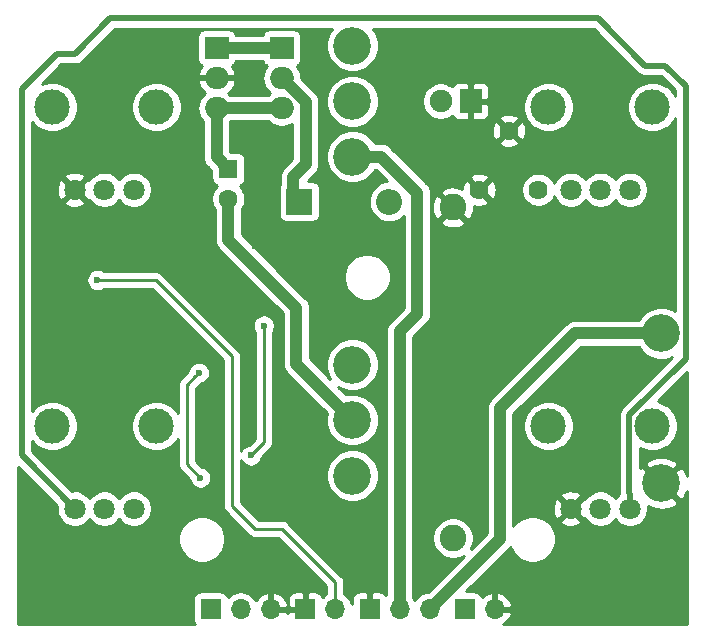
<source format=gbr>
G04 #@! TF.GenerationSoftware,KiCad,Pcbnew,(5.1.2-1)-1*
G04 #@! TF.CreationDate,2019-12-28T14:45:16-07:00*
G04 #@! TF.ProjectId,NuisanceEngine,4e756973-616e-4636-9545-6e67696e652e,rev?*
G04 #@! TF.SameCoordinates,Original*
G04 #@! TF.FileFunction,Copper,L2,Bot*
G04 #@! TF.FilePolarity,Positive*
%FSLAX46Y46*%
G04 Gerber Fmt 4.6, Leading zero omitted, Abs format (unit mm)*
G04 Created by KiCad (PCBNEW (5.1.2-1)-1) date 2019-12-28 14:45:16*
%MOMM*%
%LPD*%
G04 APERTURE LIST*
%ADD10C,3.000000*%
%ADD11C,1.800000*%
%ADD12C,3.200000*%
%ADD13O,2.200000X2.200000*%
%ADD14R,2.200000X2.200000*%
%ADD15O,2.000000X1.905000*%
%ADD16R,2.000000X1.905000*%
%ADD17R,1.900000X2.000000*%
%ADD18C,1.900000*%
%ADD19C,2.262000*%
%ADD20C,1.620000*%
%ADD21O,1.700000X1.700000*%
%ADD22R,1.700000X1.700000*%
%ADD23R,1.600000X1.600000*%
%ADD24C,1.600000*%
%ADD25C,0.600000*%
%ADD26C,1.000000*%
%ADD27C,0.500000*%
%ADD28C,0.250000*%
%ADD29C,0.254000*%
G04 APERTURE END LIST*
D10*
X63400000Y-55500000D03*
X54600000Y-55500000D03*
D11*
X61500000Y-62500000D03*
X59000000Y-62500000D03*
X56500000Y-62500000D03*
D10*
X63400000Y-82500000D03*
X54600000Y-82500000D03*
D11*
X61500000Y-89500000D03*
X59000000Y-89500000D03*
X56500000Y-89500000D03*
D10*
X105400000Y-82500000D03*
X96600000Y-82500000D03*
D11*
X103500000Y-89500000D03*
X101000000Y-89500000D03*
X98500000Y-89500000D03*
D10*
X105400000Y-55500000D03*
X96600000Y-55500000D03*
D11*
X103500000Y-62500000D03*
X101000000Y-62500000D03*
X98500000Y-62500000D03*
D12*
X80000000Y-86700000D03*
X80000000Y-82000000D03*
X80000000Y-77300000D03*
D13*
X83120000Y-63500000D03*
D14*
X75500000Y-63500000D03*
D15*
X68500000Y-55580000D03*
X68500000Y-53040000D03*
D16*
X68500000Y-50500000D03*
D15*
X74000000Y-55580000D03*
X74000000Y-53040000D03*
D16*
X74000000Y-50500000D03*
D12*
X106150000Y-87350000D03*
X106150000Y-74650000D03*
D17*
X90000000Y-55000000D03*
D18*
X87460000Y-55000000D03*
D19*
X88500000Y-92000000D03*
X88500000Y-64000000D03*
D20*
X95750000Y-62500000D03*
X93250000Y-57500000D03*
X90750000Y-62500000D03*
D12*
X80000000Y-59700000D03*
X80000000Y-55000000D03*
X80000000Y-50300000D03*
D21*
X78540000Y-98000000D03*
D22*
X76000000Y-98000000D03*
D21*
X73080000Y-98000000D03*
X70540000Y-98000000D03*
D22*
X68000000Y-98000000D03*
X81460000Y-98000000D03*
D21*
X84000000Y-98000000D03*
X86540000Y-98000000D03*
D22*
X89500000Y-98000000D03*
D21*
X92040000Y-98000000D03*
D23*
X69500000Y-60750000D03*
D24*
X69500000Y-63250000D03*
D25*
X67250000Y-80250000D03*
X67250000Y-83750000D03*
X71000000Y-71750000D03*
X70250000Y-71750000D03*
X71250000Y-93000000D03*
X71250000Y-92250000D03*
X84000000Y-72250000D03*
X84000000Y-71500000D03*
X87000000Y-76000000D03*
X88000000Y-76000000D03*
X89000000Y-76000000D03*
X90000000Y-76000000D03*
X89000000Y-77000000D03*
X90000000Y-77000000D03*
X87000000Y-77000000D03*
X88000000Y-77000000D03*
X87000000Y-78000000D03*
X88000000Y-78000000D03*
X89000000Y-78000000D03*
X90000000Y-78000000D03*
X86000000Y-95750000D03*
X86250000Y-95000000D03*
X60000000Y-64250000D03*
X64000000Y-62250000D03*
X71750000Y-67250000D03*
X67125000Y-86875000D03*
X67000000Y-78000000D03*
X72500000Y-74000000D03*
X71400000Y-85000000D03*
X58400000Y-70150000D03*
D26*
X92500000Y-81000000D02*
X98850000Y-74650000D01*
X98850000Y-74650000D02*
X106900000Y-74650000D01*
X92500000Y-92040000D02*
X92500000Y-81000000D01*
X86540000Y-98000000D02*
X92500000Y-92040000D01*
D27*
X103449999Y-88177207D02*
X103500000Y-88227208D01*
X103500000Y-88227208D02*
X103500000Y-89500000D01*
X103449999Y-81563999D02*
X103449999Y-88177207D01*
X104786002Y-52000000D02*
X106500000Y-52000000D01*
X100786002Y-48000000D02*
X104786002Y-52000000D01*
X59500000Y-48000000D02*
X100786002Y-48000000D01*
X56500000Y-51000000D02*
X59500000Y-48000000D01*
X55000000Y-51000000D02*
X56500000Y-51000000D01*
X108200001Y-76813997D02*
X103449999Y-81563999D01*
X108200001Y-53700001D02*
X108200001Y-76813997D01*
X106500000Y-52000000D02*
X108200001Y-53700001D01*
X55000000Y-51000000D02*
X52000000Y-54000000D01*
X52000000Y-85000000D02*
X56500000Y-89500000D01*
X52000000Y-54000000D02*
X52000000Y-85000000D01*
D28*
X67000000Y-86750000D02*
X67125000Y-86875000D01*
X66000000Y-85750000D02*
X66000000Y-79000000D01*
X66700001Y-78299999D02*
X67000000Y-78000000D01*
X66000000Y-79000000D02*
X66700001Y-78299999D01*
X67125000Y-86875000D02*
X66000000Y-85750000D01*
D26*
X74000000Y-50500000D02*
X68500000Y-50500000D01*
X74000000Y-55580000D02*
X68500000Y-55580000D01*
X68500000Y-59750000D02*
X69500000Y-60750000D01*
X68500000Y-55580000D02*
X68500000Y-59750000D01*
X75250000Y-77250000D02*
X75250000Y-72500000D01*
X75250000Y-77250000D02*
X80000000Y-82000000D01*
X69500000Y-63250000D02*
X69500000Y-66750000D01*
X75250000Y-72500000D02*
X69500000Y-66750000D01*
X76049990Y-55042490D02*
X76049990Y-60350010D01*
X74047500Y-53040000D02*
X76049990Y-55042490D01*
X75000000Y-61400000D02*
X75000000Y-63500000D01*
X76049990Y-60350010D02*
X75000000Y-61400000D01*
X74000000Y-53040000D02*
X74047500Y-53040000D01*
D28*
X72500000Y-83900000D02*
X72500000Y-83700000D01*
X71400000Y-85000000D02*
X72500000Y-83900000D01*
X72500000Y-83700000D02*
X72500000Y-74000000D01*
X69800000Y-89260000D02*
X69800000Y-76600000D01*
X71740000Y-91200000D02*
X69800000Y-89260000D01*
X74000000Y-91200000D02*
X71740000Y-91200000D01*
X78540000Y-95740000D02*
X74000000Y-91200000D01*
X78540000Y-98000000D02*
X78540000Y-95740000D01*
X63350000Y-70150000D02*
X58400000Y-70150000D01*
X69800000Y-76600000D02*
X63350000Y-70150000D01*
D26*
X82450000Y-59700000D02*
X80000000Y-59700000D01*
X85500000Y-73000000D02*
X85500000Y-62750000D01*
X84000000Y-74500000D02*
X85500000Y-73000000D01*
X85500000Y-62750000D02*
X82450000Y-59700000D01*
X84000000Y-98000000D02*
X84000000Y-74500000D01*
D29*
G36*
X104413962Y-76074729D02*
G01*
X104725271Y-76386038D01*
X105091331Y-76630631D01*
X105498075Y-76799110D01*
X105929872Y-76885000D01*
X106370128Y-76885000D01*
X106801925Y-76799110D01*
X107077425Y-76684994D01*
X102854955Y-80907465D01*
X102821182Y-80935182D01*
X102710588Y-81069941D01*
X102628410Y-81223687D01*
X102577804Y-81390510D01*
X102564999Y-81520523D01*
X102564999Y-81520530D01*
X102560718Y-81563999D01*
X102564999Y-81607468D01*
X102565000Y-88133728D01*
X102560718Y-88177207D01*
X102570353Y-88275042D01*
X102521495Y-88307688D01*
X102307688Y-88521495D01*
X102250000Y-88607831D01*
X102192312Y-88521495D01*
X101978505Y-88307688D01*
X101727095Y-88139701D01*
X101447743Y-88023989D01*
X101151184Y-87965000D01*
X100848816Y-87965000D01*
X100552257Y-88023989D01*
X100272905Y-88139701D01*
X100021495Y-88307688D01*
X99807688Y-88521495D01*
X99712262Y-88664310D01*
X99564080Y-88615525D01*
X98679605Y-89500000D01*
X99564080Y-90384475D01*
X99712262Y-90335690D01*
X99807688Y-90478505D01*
X100021495Y-90692312D01*
X100272905Y-90860299D01*
X100552257Y-90976011D01*
X100848816Y-91035000D01*
X101151184Y-91035000D01*
X101447743Y-90976011D01*
X101727095Y-90860299D01*
X101978505Y-90692312D01*
X102192312Y-90478505D01*
X102250000Y-90392169D01*
X102307688Y-90478505D01*
X102521495Y-90692312D01*
X102772905Y-90860299D01*
X103052257Y-90976011D01*
X103348816Y-91035000D01*
X103651184Y-91035000D01*
X103947743Y-90976011D01*
X104227095Y-90860299D01*
X104478505Y-90692312D01*
X104692312Y-90478505D01*
X104860299Y-90227095D01*
X104976011Y-89947743D01*
X105035000Y-89651184D01*
X105035000Y-89348816D01*
X105021971Y-89283313D01*
X105326607Y-89439426D01*
X105750055Y-89559914D01*
X106188873Y-89595476D01*
X106626197Y-89544746D01*
X107045221Y-89409674D01*
X107365198Y-89238643D01*
X107533239Y-88912845D01*
X106150000Y-87529605D01*
X106135858Y-87543748D01*
X105956252Y-87364142D01*
X105970395Y-87350000D01*
X104587155Y-85966761D01*
X104334999Y-86096819D01*
X104334999Y-85787155D01*
X104766761Y-85787155D01*
X106150000Y-87170395D01*
X107533239Y-85787155D01*
X107365198Y-85461357D01*
X106973393Y-85260574D01*
X106549945Y-85140086D01*
X106111127Y-85104524D01*
X105673803Y-85155254D01*
X105254779Y-85290326D01*
X104934802Y-85461357D01*
X104766761Y-85787155D01*
X104334999Y-85787155D01*
X104334999Y-84356132D01*
X104388698Y-84392012D01*
X104777244Y-84552953D01*
X105189721Y-84635000D01*
X105610279Y-84635000D01*
X106022756Y-84552953D01*
X106411302Y-84392012D01*
X106760983Y-84158363D01*
X107058363Y-83860983D01*
X107292012Y-83511302D01*
X107452953Y-83122756D01*
X107535000Y-82710279D01*
X107535000Y-82289721D01*
X107452953Y-81877244D01*
X107292012Y-81488698D01*
X107058363Y-81139017D01*
X106760983Y-80841637D01*
X106411302Y-80607988D01*
X106022756Y-80447047D01*
X105852413Y-80413164D01*
X108290000Y-77975576D01*
X108290000Y-86703969D01*
X108209674Y-86454779D01*
X108038643Y-86134802D01*
X107712845Y-85966761D01*
X106329605Y-87350000D01*
X107712845Y-88733239D01*
X108038643Y-88565198D01*
X108239426Y-88173393D01*
X108290000Y-87995653D01*
X108290000Y-99290000D01*
X92768376Y-99290000D01*
X92806920Y-99271641D01*
X93040269Y-99097588D01*
X93235178Y-98881355D01*
X93384157Y-98631252D01*
X93481481Y-98356891D01*
X93360814Y-98127000D01*
X92167000Y-98127000D01*
X92167000Y-98147000D01*
X91913000Y-98147000D01*
X91913000Y-98127000D01*
X91893000Y-98127000D01*
X91893000Y-97873000D01*
X91913000Y-97873000D01*
X91913000Y-96679845D01*
X92167000Y-96679845D01*
X92167000Y-97873000D01*
X93360814Y-97873000D01*
X93481481Y-97643109D01*
X93384157Y-97368748D01*
X93235178Y-97118645D01*
X93040269Y-96902412D01*
X92806920Y-96728359D01*
X92544099Y-96603175D01*
X92396890Y-96558524D01*
X92167000Y-96679845D01*
X91913000Y-96679845D01*
X91683110Y-96558524D01*
X91535901Y-96603175D01*
X91273080Y-96728359D01*
X91039731Y-96902412D01*
X90963966Y-96986466D01*
X90939502Y-96905820D01*
X90880537Y-96795506D01*
X90801185Y-96698815D01*
X90704494Y-96619463D01*
X90594180Y-96560498D01*
X90474482Y-96524188D01*
X90350000Y-96511928D01*
X89633203Y-96511928D01*
X93263141Y-92881991D01*
X93306449Y-92846449D01*
X93375692Y-92762076D01*
X93490915Y-93040250D01*
X93708149Y-93365364D01*
X93984636Y-93641851D01*
X94309750Y-93859085D01*
X94670997Y-94008718D01*
X95054495Y-94085000D01*
X95445505Y-94085000D01*
X95829003Y-94008718D01*
X96190250Y-93859085D01*
X96515364Y-93641851D01*
X96791851Y-93365364D01*
X97009085Y-93040250D01*
X97158718Y-92679003D01*
X97235000Y-92295505D01*
X97235000Y-91904495D01*
X97158718Y-91520997D01*
X97009085Y-91159750D01*
X96791851Y-90834636D01*
X96521295Y-90564080D01*
X97615525Y-90564080D01*
X97699208Y-90818261D01*
X97971775Y-90949158D01*
X98264642Y-91024365D01*
X98566553Y-91040991D01*
X98865907Y-90998397D01*
X99151199Y-90898222D01*
X99300792Y-90818261D01*
X99384475Y-90564080D01*
X98500000Y-89679605D01*
X97615525Y-90564080D01*
X96521295Y-90564080D01*
X96515364Y-90558149D01*
X96190250Y-90340915D01*
X95829003Y-90191282D01*
X95445505Y-90115000D01*
X95054495Y-90115000D01*
X94670997Y-90191282D01*
X94309750Y-90340915D01*
X93984636Y-90558149D01*
X93708149Y-90834636D01*
X93635000Y-90944111D01*
X93635000Y-89566553D01*
X96959009Y-89566553D01*
X97001603Y-89865907D01*
X97101778Y-90151199D01*
X97181739Y-90300792D01*
X97435920Y-90384475D01*
X98320395Y-89500000D01*
X97435920Y-88615525D01*
X97181739Y-88699208D01*
X97050842Y-88971775D01*
X96975635Y-89264642D01*
X96959009Y-89566553D01*
X93635000Y-89566553D01*
X93635000Y-88435920D01*
X97615525Y-88435920D01*
X98500000Y-89320395D01*
X99384475Y-88435920D01*
X99300792Y-88181739D01*
X99028225Y-88050842D01*
X98735358Y-87975635D01*
X98433447Y-87959009D01*
X98134093Y-88001603D01*
X97848801Y-88101778D01*
X97699208Y-88181739D01*
X97615525Y-88435920D01*
X93635000Y-88435920D01*
X93635000Y-82289721D01*
X94465000Y-82289721D01*
X94465000Y-82710279D01*
X94547047Y-83122756D01*
X94707988Y-83511302D01*
X94941637Y-83860983D01*
X95239017Y-84158363D01*
X95588698Y-84392012D01*
X95977244Y-84552953D01*
X96389721Y-84635000D01*
X96810279Y-84635000D01*
X97222756Y-84552953D01*
X97611302Y-84392012D01*
X97960983Y-84158363D01*
X98258363Y-83860983D01*
X98492012Y-83511302D01*
X98652953Y-83122756D01*
X98735000Y-82710279D01*
X98735000Y-82289721D01*
X98652953Y-81877244D01*
X98492012Y-81488698D01*
X98258363Y-81139017D01*
X97960983Y-80841637D01*
X97611302Y-80607988D01*
X97222756Y-80447047D01*
X96810279Y-80365000D01*
X96389721Y-80365000D01*
X95977244Y-80447047D01*
X95588698Y-80607988D01*
X95239017Y-80841637D01*
X94941637Y-81139017D01*
X94707988Y-81488698D01*
X94547047Y-81877244D01*
X94465000Y-82289721D01*
X93635000Y-82289721D01*
X93635000Y-81470131D01*
X99320132Y-75785000D01*
X104220372Y-75785000D01*
X104413962Y-76074729D01*
X104413962Y-76074729D01*
G37*
X104413962Y-76074729D02*
X104725271Y-76386038D01*
X105091331Y-76630631D01*
X105498075Y-76799110D01*
X105929872Y-76885000D01*
X106370128Y-76885000D01*
X106801925Y-76799110D01*
X107077425Y-76684994D01*
X102854955Y-80907465D01*
X102821182Y-80935182D01*
X102710588Y-81069941D01*
X102628410Y-81223687D01*
X102577804Y-81390510D01*
X102564999Y-81520523D01*
X102564999Y-81520530D01*
X102560718Y-81563999D01*
X102564999Y-81607468D01*
X102565000Y-88133728D01*
X102560718Y-88177207D01*
X102570353Y-88275042D01*
X102521495Y-88307688D01*
X102307688Y-88521495D01*
X102250000Y-88607831D01*
X102192312Y-88521495D01*
X101978505Y-88307688D01*
X101727095Y-88139701D01*
X101447743Y-88023989D01*
X101151184Y-87965000D01*
X100848816Y-87965000D01*
X100552257Y-88023989D01*
X100272905Y-88139701D01*
X100021495Y-88307688D01*
X99807688Y-88521495D01*
X99712262Y-88664310D01*
X99564080Y-88615525D01*
X98679605Y-89500000D01*
X99564080Y-90384475D01*
X99712262Y-90335690D01*
X99807688Y-90478505D01*
X100021495Y-90692312D01*
X100272905Y-90860299D01*
X100552257Y-90976011D01*
X100848816Y-91035000D01*
X101151184Y-91035000D01*
X101447743Y-90976011D01*
X101727095Y-90860299D01*
X101978505Y-90692312D01*
X102192312Y-90478505D01*
X102250000Y-90392169D01*
X102307688Y-90478505D01*
X102521495Y-90692312D01*
X102772905Y-90860299D01*
X103052257Y-90976011D01*
X103348816Y-91035000D01*
X103651184Y-91035000D01*
X103947743Y-90976011D01*
X104227095Y-90860299D01*
X104478505Y-90692312D01*
X104692312Y-90478505D01*
X104860299Y-90227095D01*
X104976011Y-89947743D01*
X105035000Y-89651184D01*
X105035000Y-89348816D01*
X105021971Y-89283313D01*
X105326607Y-89439426D01*
X105750055Y-89559914D01*
X106188873Y-89595476D01*
X106626197Y-89544746D01*
X107045221Y-89409674D01*
X107365198Y-89238643D01*
X107533239Y-88912845D01*
X106150000Y-87529605D01*
X106135858Y-87543748D01*
X105956252Y-87364142D01*
X105970395Y-87350000D01*
X104587155Y-85966761D01*
X104334999Y-86096819D01*
X104334999Y-85787155D01*
X104766761Y-85787155D01*
X106150000Y-87170395D01*
X107533239Y-85787155D01*
X107365198Y-85461357D01*
X106973393Y-85260574D01*
X106549945Y-85140086D01*
X106111127Y-85104524D01*
X105673803Y-85155254D01*
X105254779Y-85290326D01*
X104934802Y-85461357D01*
X104766761Y-85787155D01*
X104334999Y-85787155D01*
X104334999Y-84356132D01*
X104388698Y-84392012D01*
X104777244Y-84552953D01*
X105189721Y-84635000D01*
X105610279Y-84635000D01*
X106022756Y-84552953D01*
X106411302Y-84392012D01*
X106760983Y-84158363D01*
X107058363Y-83860983D01*
X107292012Y-83511302D01*
X107452953Y-83122756D01*
X107535000Y-82710279D01*
X107535000Y-82289721D01*
X107452953Y-81877244D01*
X107292012Y-81488698D01*
X107058363Y-81139017D01*
X106760983Y-80841637D01*
X106411302Y-80607988D01*
X106022756Y-80447047D01*
X105852413Y-80413164D01*
X108290000Y-77975576D01*
X108290000Y-86703969D01*
X108209674Y-86454779D01*
X108038643Y-86134802D01*
X107712845Y-85966761D01*
X106329605Y-87350000D01*
X107712845Y-88733239D01*
X108038643Y-88565198D01*
X108239426Y-88173393D01*
X108290000Y-87995653D01*
X108290000Y-99290000D01*
X92768376Y-99290000D01*
X92806920Y-99271641D01*
X93040269Y-99097588D01*
X93235178Y-98881355D01*
X93384157Y-98631252D01*
X93481481Y-98356891D01*
X93360814Y-98127000D01*
X92167000Y-98127000D01*
X92167000Y-98147000D01*
X91913000Y-98147000D01*
X91913000Y-98127000D01*
X91893000Y-98127000D01*
X91893000Y-97873000D01*
X91913000Y-97873000D01*
X91913000Y-96679845D01*
X92167000Y-96679845D01*
X92167000Y-97873000D01*
X93360814Y-97873000D01*
X93481481Y-97643109D01*
X93384157Y-97368748D01*
X93235178Y-97118645D01*
X93040269Y-96902412D01*
X92806920Y-96728359D01*
X92544099Y-96603175D01*
X92396890Y-96558524D01*
X92167000Y-96679845D01*
X91913000Y-96679845D01*
X91683110Y-96558524D01*
X91535901Y-96603175D01*
X91273080Y-96728359D01*
X91039731Y-96902412D01*
X90963966Y-96986466D01*
X90939502Y-96905820D01*
X90880537Y-96795506D01*
X90801185Y-96698815D01*
X90704494Y-96619463D01*
X90594180Y-96560498D01*
X90474482Y-96524188D01*
X90350000Y-96511928D01*
X89633203Y-96511928D01*
X93263141Y-92881991D01*
X93306449Y-92846449D01*
X93375692Y-92762076D01*
X93490915Y-93040250D01*
X93708149Y-93365364D01*
X93984636Y-93641851D01*
X94309750Y-93859085D01*
X94670997Y-94008718D01*
X95054495Y-94085000D01*
X95445505Y-94085000D01*
X95829003Y-94008718D01*
X96190250Y-93859085D01*
X96515364Y-93641851D01*
X96791851Y-93365364D01*
X97009085Y-93040250D01*
X97158718Y-92679003D01*
X97235000Y-92295505D01*
X97235000Y-91904495D01*
X97158718Y-91520997D01*
X97009085Y-91159750D01*
X96791851Y-90834636D01*
X96521295Y-90564080D01*
X97615525Y-90564080D01*
X97699208Y-90818261D01*
X97971775Y-90949158D01*
X98264642Y-91024365D01*
X98566553Y-91040991D01*
X98865907Y-90998397D01*
X99151199Y-90898222D01*
X99300792Y-90818261D01*
X99384475Y-90564080D01*
X98500000Y-89679605D01*
X97615525Y-90564080D01*
X96521295Y-90564080D01*
X96515364Y-90558149D01*
X96190250Y-90340915D01*
X95829003Y-90191282D01*
X95445505Y-90115000D01*
X95054495Y-90115000D01*
X94670997Y-90191282D01*
X94309750Y-90340915D01*
X93984636Y-90558149D01*
X93708149Y-90834636D01*
X93635000Y-90944111D01*
X93635000Y-89566553D01*
X96959009Y-89566553D01*
X97001603Y-89865907D01*
X97101778Y-90151199D01*
X97181739Y-90300792D01*
X97435920Y-90384475D01*
X98320395Y-89500000D01*
X97435920Y-88615525D01*
X97181739Y-88699208D01*
X97050842Y-88971775D01*
X96975635Y-89264642D01*
X96959009Y-89566553D01*
X93635000Y-89566553D01*
X93635000Y-88435920D01*
X97615525Y-88435920D01*
X98500000Y-89320395D01*
X99384475Y-88435920D01*
X99300792Y-88181739D01*
X99028225Y-88050842D01*
X98735358Y-87975635D01*
X98433447Y-87959009D01*
X98134093Y-88001603D01*
X97848801Y-88101778D01*
X97699208Y-88181739D01*
X97615525Y-88435920D01*
X93635000Y-88435920D01*
X93635000Y-82289721D01*
X94465000Y-82289721D01*
X94465000Y-82710279D01*
X94547047Y-83122756D01*
X94707988Y-83511302D01*
X94941637Y-83860983D01*
X95239017Y-84158363D01*
X95588698Y-84392012D01*
X95977244Y-84552953D01*
X96389721Y-84635000D01*
X96810279Y-84635000D01*
X97222756Y-84552953D01*
X97611302Y-84392012D01*
X97960983Y-84158363D01*
X98258363Y-83860983D01*
X98492012Y-83511302D01*
X98652953Y-83122756D01*
X98735000Y-82710279D01*
X98735000Y-82289721D01*
X98652953Y-81877244D01*
X98492012Y-81488698D01*
X98258363Y-81139017D01*
X97960983Y-80841637D01*
X97611302Y-80607988D01*
X97222756Y-80447047D01*
X96810279Y-80365000D01*
X96389721Y-80365000D01*
X95977244Y-80447047D01*
X95588698Y-80607988D01*
X95239017Y-80841637D01*
X94941637Y-81139017D01*
X94707988Y-81488698D01*
X94547047Y-81877244D01*
X94465000Y-82289721D01*
X93635000Y-82289721D01*
X93635000Y-81470131D01*
X99320132Y-75785000D01*
X104220372Y-75785000D01*
X104413962Y-76074729D01*
G36*
X78019369Y-49241331D02*
G01*
X77850890Y-49648075D01*
X77765000Y-50079872D01*
X77765000Y-50520128D01*
X77850890Y-50951925D01*
X78019369Y-51358669D01*
X78263962Y-51724729D01*
X78575271Y-52036038D01*
X78941331Y-52280631D01*
X79348075Y-52449110D01*
X79779872Y-52535000D01*
X80220128Y-52535000D01*
X80651925Y-52449110D01*
X81058669Y-52280631D01*
X81424729Y-52036038D01*
X81736038Y-51724729D01*
X81980631Y-51358669D01*
X82149110Y-50951925D01*
X82235000Y-50520128D01*
X82235000Y-50079872D01*
X82149110Y-49648075D01*
X81980631Y-49241331D01*
X81742539Y-48885000D01*
X100419424Y-48885000D01*
X104129472Y-52595049D01*
X104157185Y-52628817D01*
X104190953Y-52656530D01*
X104190955Y-52656532D01*
X104203735Y-52667020D01*
X104291943Y-52739411D01*
X104445689Y-52821589D01*
X104612512Y-52872195D01*
X104742525Y-52885000D01*
X104742535Y-52885000D01*
X104786001Y-52889281D01*
X104829467Y-52885000D01*
X106133422Y-52885000D01*
X107315001Y-54066580D01*
X107315001Y-54544198D01*
X107292012Y-54488698D01*
X107058363Y-54139017D01*
X106760983Y-53841637D01*
X106411302Y-53607988D01*
X106022756Y-53447047D01*
X105610279Y-53365000D01*
X105189721Y-53365000D01*
X104777244Y-53447047D01*
X104388698Y-53607988D01*
X104039017Y-53841637D01*
X103741637Y-54139017D01*
X103507988Y-54488698D01*
X103347047Y-54877244D01*
X103265000Y-55289721D01*
X103265000Y-55710279D01*
X103347047Y-56122756D01*
X103507988Y-56511302D01*
X103741637Y-56860983D01*
X104039017Y-57158363D01*
X104388698Y-57392012D01*
X104777244Y-57552953D01*
X105189721Y-57635000D01*
X105610279Y-57635000D01*
X106022756Y-57552953D01*
X106411302Y-57392012D01*
X106760983Y-57158363D01*
X107058363Y-56860983D01*
X107292012Y-56511302D01*
X107315001Y-56455801D01*
X107315002Y-72740418D01*
X107208669Y-72669369D01*
X106801925Y-72500890D01*
X106370128Y-72415000D01*
X105929872Y-72415000D01*
X105498075Y-72500890D01*
X105091331Y-72669369D01*
X104725271Y-72913962D01*
X104413962Y-73225271D01*
X104220372Y-73515000D01*
X98905751Y-73515000D01*
X98849999Y-73509509D01*
X98627500Y-73531423D01*
X98577705Y-73546529D01*
X98413553Y-73596324D01*
X98216377Y-73701716D01*
X98043551Y-73843551D01*
X98008009Y-73886859D01*
X91736860Y-80158009D01*
X91693552Y-80193551D01*
X91551717Y-80366377D01*
X91508598Y-80447047D01*
X91446324Y-80563554D01*
X91381423Y-80777502D01*
X91359509Y-81000000D01*
X91365001Y-81055761D01*
X91365000Y-91569868D01*
X89997864Y-92937004D01*
X90065009Y-92836515D01*
X90198134Y-92515123D01*
X90266000Y-92173936D01*
X90266000Y-91826064D01*
X90198134Y-91484877D01*
X90065009Y-91163485D01*
X89871742Y-90874241D01*
X89625759Y-90628258D01*
X89336515Y-90434991D01*
X89015123Y-90301866D01*
X88673936Y-90234000D01*
X88326064Y-90234000D01*
X87984877Y-90301866D01*
X87663485Y-90434991D01*
X87374241Y-90628258D01*
X87128258Y-90874241D01*
X86934991Y-91163485D01*
X86801866Y-91484877D01*
X86734000Y-91826064D01*
X86734000Y-92173936D01*
X86801866Y-92515123D01*
X86934991Y-92836515D01*
X87128258Y-93125759D01*
X87374241Y-93371742D01*
X87663485Y-93565009D01*
X87984877Y-93698134D01*
X88326064Y-93766000D01*
X88673936Y-93766000D01*
X89015123Y-93698134D01*
X89336515Y-93565009D01*
X89437004Y-93497864D01*
X86414714Y-96520155D01*
X86248889Y-96536487D01*
X85968966Y-96621401D01*
X85710986Y-96759294D01*
X85484866Y-96944866D01*
X85299294Y-97170986D01*
X85270000Y-97225791D01*
X85240706Y-97170986D01*
X85135000Y-97042183D01*
X85135000Y-74970131D01*
X86263140Y-73841992D01*
X86306449Y-73806449D01*
X86448284Y-73633623D01*
X86553676Y-73436447D01*
X86618577Y-73222499D01*
X86635000Y-73055752D01*
X86635000Y-73055743D01*
X86640490Y-73000001D01*
X86635000Y-72944259D01*
X86635000Y-65228807D01*
X87450798Y-65228807D01*
X87562369Y-65506605D01*
X87874309Y-65660579D01*
X88210294Y-65750737D01*
X88557413Y-65773616D01*
X88902325Y-65728336D01*
X89231776Y-65616637D01*
X89437631Y-65506605D01*
X89549202Y-65228807D01*
X88500000Y-64179605D01*
X87450798Y-65228807D01*
X86635000Y-65228807D01*
X86635000Y-64057413D01*
X86726384Y-64057413D01*
X86771664Y-64402325D01*
X86883363Y-64731776D01*
X86993395Y-64937631D01*
X87271193Y-65049202D01*
X88320395Y-64000000D01*
X87271193Y-62950798D01*
X86993395Y-63062369D01*
X86839421Y-63374309D01*
X86749263Y-63710294D01*
X86726384Y-64057413D01*
X86635000Y-64057413D01*
X86635000Y-62805741D01*
X86638402Y-62771193D01*
X87450798Y-62771193D01*
X88500000Y-63820395D01*
X88514143Y-63806253D01*
X88693748Y-63985858D01*
X88679605Y-64000000D01*
X89728807Y-65049202D01*
X90006605Y-64937631D01*
X90160579Y-64625691D01*
X90250737Y-64289706D01*
X90273616Y-63942587D01*
X90263790Y-63867743D01*
X90535829Y-63936110D01*
X90820115Y-63950298D01*
X91101706Y-63908752D01*
X91369783Y-63813068D01*
X91497444Y-63744832D01*
X91570238Y-63499843D01*
X90750000Y-62679605D01*
X90735858Y-62693748D01*
X90556253Y-62514143D01*
X90570395Y-62500000D01*
X90929605Y-62500000D01*
X91749843Y-63320238D01*
X91994832Y-63247444D01*
X92116733Y-62990227D01*
X92186110Y-62714171D01*
X92200298Y-62429885D01*
X92189645Y-62357680D01*
X94305000Y-62357680D01*
X94305000Y-62642320D01*
X94360530Y-62921491D01*
X94469457Y-63184464D01*
X94627595Y-63421134D01*
X94828866Y-63622405D01*
X95065536Y-63780543D01*
X95328509Y-63889470D01*
X95607680Y-63945000D01*
X95892320Y-63945000D01*
X96171491Y-63889470D01*
X96434464Y-63780543D01*
X96671134Y-63622405D01*
X96872405Y-63421134D01*
X97030543Y-63184464D01*
X97076293Y-63074015D01*
X97139701Y-63227095D01*
X97307688Y-63478505D01*
X97521495Y-63692312D01*
X97772905Y-63860299D01*
X98052257Y-63976011D01*
X98348816Y-64035000D01*
X98651184Y-64035000D01*
X98947743Y-63976011D01*
X99227095Y-63860299D01*
X99478505Y-63692312D01*
X99692312Y-63478505D01*
X99750000Y-63392169D01*
X99807688Y-63478505D01*
X100021495Y-63692312D01*
X100272905Y-63860299D01*
X100552257Y-63976011D01*
X100848816Y-64035000D01*
X101151184Y-64035000D01*
X101447743Y-63976011D01*
X101727095Y-63860299D01*
X101978505Y-63692312D01*
X102192312Y-63478505D01*
X102250000Y-63392169D01*
X102307688Y-63478505D01*
X102521495Y-63692312D01*
X102772905Y-63860299D01*
X103052257Y-63976011D01*
X103348816Y-64035000D01*
X103651184Y-64035000D01*
X103947743Y-63976011D01*
X104227095Y-63860299D01*
X104478505Y-63692312D01*
X104692312Y-63478505D01*
X104860299Y-63227095D01*
X104976011Y-62947743D01*
X105035000Y-62651184D01*
X105035000Y-62348816D01*
X104976011Y-62052257D01*
X104860299Y-61772905D01*
X104692312Y-61521495D01*
X104478505Y-61307688D01*
X104227095Y-61139701D01*
X103947743Y-61023989D01*
X103651184Y-60965000D01*
X103348816Y-60965000D01*
X103052257Y-61023989D01*
X102772905Y-61139701D01*
X102521495Y-61307688D01*
X102307688Y-61521495D01*
X102250000Y-61607831D01*
X102192312Y-61521495D01*
X101978505Y-61307688D01*
X101727095Y-61139701D01*
X101447743Y-61023989D01*
X101151184Y-60965000D01*
X100848816Y-60965000D01*
X100552257Y-61023989D01*
X100272905Y-61139701D01*
X100021495Y-61307688D01*
X99807688Y-61521495D01*
X99750000Y-61607831D01*
X99692312Y-61521495D01*
X99478505Y-61307688D01*
X99227095Y-61139701D01*
X98947743Y-61023989D01*
X98651184Y-60965000D01*
X98348816Y-60965000D01*
X98052257Y-61023989D01*
X97772905Y-61139701D01*
X97521495Y-61307688D01*
X97307688Y-61521495D01*
X97139701Y-61772905D01*
X97076293Y-61925985D01*
X97030543Y-61815536D01*
X96872405Y-61578866D01*
X96671134Y-61377595D01*
X96434464Y-61219457D01*
X96171491Y-61110530D01*
X95892320Y-61055000D01*
X95607680Y-61055000D01*
X95328509Y-61110530D01*
X95065536Y-61219457D01*
X94828866Y-61377595D01*
X94627595Y-61578866D01*
X94469457Y-61815536D01*
X94360530Y-62078509D01*
X94305000Y-62357680D01*
X92189645Y-62357680D01*
X92158752Y-62148294D01*
X92063068Y-61880217D01*
X91994832Y-61752556D01*
X91749843Y-61679762D01*
X90929605Y-62500000D01*
X90570395Y-62500000D01*
X89750157Y-61679762D01*
X89505168Y-61752556D01*
X89383267Y-62009773D01*
X89313890Y-62285829D01*
X89306755Y-62428794D01*
X89125691Y-62339421D01*
X88789706Y-62249263D01*
X88442587Y-62226384D01*
X88097675Y-62271664D01*
X87768224Y-62383363D01*
X87562369Y-62493395D01*
X87450798Y-62771193D01*
X86638402Y-62771193D01*
X86640490Y-62749999D01*
X86635000Y-62694257D01*
X86635000Y-62694248D01*
X86618577Y-62527501D01*
X86553676Y-62313553D01*
X86448284Y-62116377D01*
X86306449Y-61943551D01*
X86263141Y-61908009D01*
X85855289Y-61500157D01*
X89929762Y-61500157D01*
X90750000Y-62320395D01*
X91570238Y-61500157D01*
X91497444Y-61255168D01*
X91240227Y-61133267D01*
X90964171Y-61063890D01*
X90679885Y-61049702D01*
X90398294Y-61091248D01*
X90130217Y-61186932D01*
X90002556Y-61255168D01*
X89929762Y-61500157D01*
X85855289Y-61500157D01*
X83291996Y-58936865D01*
X83256449Y-58893551D01*
X83083623Y-58751716D01*
X82886447Y-58646324D01*
X82672499Y-58581423D01*
X82505752Y-58565000D01*
X82505751Y-58565000D01*
X82450000Y-58559509D01*
X82394249Y-58565000D01*
X81929628Y-58565000D01*
X81886092Y-58499843D01*
X92429762Y-58499843D01*
X92502556Y-58744832D01*
X92759773Y-58866733D01*
X93035829Y-58936110D01*
X93320115Y-58950298D01*
X93601706Y-58908752D01*
X93869783Y-58813068D01*
X93997444Y-58744832D01*
X94070238Y-58499843D01*
X93250000Y-57679605D01*
X92429762Y-58499843D01*
X81886092Y-58499843D01*
X81736038Y-58275271D01*
X81424729Y-57963962D01*
X81058669Y-57719369D01*
X80698339Y-57570115D01*
X91799702Y-57570115D01*
X91841248Y-57851706D01*
X91936932Y-58119783D01*
X92005168Y-58247444D01*
X92250157Y-58320238D01*
X93070395Y-57500000D01*
X93429605Y-57500000D01*
X94249843Y-58320238D01*
X94494832Y-58247444D01*
X94616733Y-57990227D01*
X94686110Y-57714171D01*
X94700298Y-57429885D01*
X94658752Y-57148294D01*
X94563068Y-56880217D01*
X94494832Y-56752556D01*
X94249843Y-56679762D01*
X93429605Y-57500000D01*
X93070395Y-57500000D01*
X92250157Y-56679762D01*
X92005168Y-56752556D01*
X91883267Y-57009773D01*
X91813890Y-57285829D01*
X91799702Y-57570115D01*
X80698339Y-57570115D01*
X80651925Y-57550890D01*
X80220128Y-57465000D01*
X79779872Y-57465000D01*
X79348075Y-57550890D01*
X78941331Y-57719369D01*
X78575271Y-57963962D01*
X78263962Y-58275271D01*
X78019369Y-58641331D01*
X77850890Y-59048075D01*
X77765000Y-59479872D01*
X77765000Y-59920128D01*
X77850890Y-60351925D01*
X78019369Y-60758669D01*
X78263962Y-61124729D01*
X78575271Y-61436038D01*
X78941331Y-61680631D01*
X79348075Y-61849110D01*
X79779872Y-61935000D01*
X80220128Y-61935000D01*
X80651925Y-61849110D01*
X81058669Y-61680631D01*
X81424729Y-61436038D01*
X81736038Y-61124729D01*
X81929628Y-60835000D01*
X81979869Y-60835000D01*
X82921068Y-61776199D01*
X82779881Y-61790105D01*
X82452832Y-61889314D01*
X82151422Y-62050421D01*
X81887234Y-62267234D01*
X81670421Y-62531422D01*
X81509314Y-62832832D01*
X81410105Y-63159881D01*
X81376606Y-63500000D01*
X81410105Y-63840119D01*
X81509314Y-64167168D01*
X81670421Y-64468578D01*
X81887234Y-64732766D01*
X82151422Y-64949579D01*
X82452832Y-65110686D01*
X82779881Y-65209895D01*
X83034775Y-65235000D01*
X83205225Y-65235000D01*
X83460119Y-65209895D01*
X83787168Y-65110686D01*
X84088578Y-64949579D01*
X84352766Y-64732766D01*
X84365001Y-64717858D01*
X84365000Y-72529868D01*
X83236860Y-73658009D01*
X83193552Y-73693551D01*
X83051717Y-73866377D01*
X83029517Y-73907911D01*
X82946324Y-74063554D01*
X82881423Y-74277502D01*
X82859509Y-74500000D01*
X82865001Y-74555762D01*
X82865000Y-96841272D01*
X82840537Y-96795506D01*
X82761185Y-96698815D01*
X82664494Y-96619463D01*
X82554180Y-96560498D01*
X82434482Y-96524188D01*
X82310000Y-96511928D01*
X81745750Y-96515000D01*
X81587000Y-96673750D01*
X81587000Y-97873000D01*
X81607000Y-97873000D01*
X81607000Y-98127000D01*
X81587000Y-98127000D01*
X81587000Y-98147000D01*
X81333000Y-98147000D01*
X81333000Y-98127000D01*
X81313000Y-98127000D01*
X81313000Y-97873000D01*
X81333000Y-97873000D01*
X81333000Y-96673750D01*
X81174250Y-96515000D01*
X80610000Y-96511928D01*
X80485518Y-96524188D01*
X80365820Y-96560498D01*
X80255506Y-96619463D01*
X80158815Y-96698815D01*
X80079463Y-96795506D01*
X80020498Y-96905820D01*
X79984188Y-97025518D01*
X79971928Y-97150000D01*
X79974449Y-97613079D01*
X79918599Y-97428966D01*
X79780706Y-97170986D01*
X79595134Y-96944866D01*
X79369014Y-96759294D01*
X79300000Y-96722405D01*
X79300000Y-95777333D01*
X79303677Y-95740000D01*
X79289003Y-95591014D01*
X79245546Y-95447753D01*
X79174974Y-95315724D01*
X79103799Y-95228997D01*
X79080001Y-95199999D01*
X79051003Y-95176201D01*
X74563804Y-90689003D01*
X74540001Y-90659999D01*
X74424276Y-90565026D01*
X74292247Y-90494454D01*
X74148986Y-90450997D01*
X74037333Y-90440000D01*
X74037322Y-90440000D01*
X74000000Y-90436324D01*
X73962678Y-90440000D01*
X72054802Y-90440000D01*
X70560000Y-88945199D01*
X70560000Y-86479872D01*
X77765000Y-86479872D01*
X77765000Y-86920128D01*
X77850890Y-87351925D01*
X78019369Y-87758669D01*
X78263962Y-88124729D01*
X78575271Y-88436038D01*
X78941331Y-88680631D01*
X79348075Y-88849110D01*
X79779872Y-88935000D01*
X80220128Y-88935000D01*
X80651925Y-88849110D01*
X81058669Y-88680631D01*
X81424729Y-88436038D01*
X81736038Y-88124729D01*
X81980631Y-87758669D01*
X82149110Y-87351925D01*
X82235000Y-86920128D01*
X82235000Y-86479872D01*
X82149110Y-86048075D01*
X81980631Y-85641331D01*
X81736038Y-85275271D01*
X81424729Y-84963962D01*
X81058669Y-84719369D01*
X80651925Y-84550890D01*
X80220128Y-84465000D01*
X79779872Y-84465000D01*
X79348075Y-84550890D01*
X78941331Y-84719369D01*
X78575271Y-84963962D01*
X78263962Y-85275271D01*
X78019369Y-85641331D01*
X77850890Y-86048075D01*
X77765000Y-86479872D01*
X70560000Y-86479872D01*
X70560000Y-85415333D01*
X70571414Y-85442889D01*
X70673738Y-85596028D01*
X70803972Y-85726262D01*
X70957111Y-85828586D01*
X71127271Y-85899068D01*
X71307911Y-85935000D01*
X71492089Y-85935000D01*
X71672729Y-85899068D01*
X71842889Y-85828586D01*
X71996028Y-85726262D01*
X72126262Y-85596028D01*
X72228586Y-85442889D01*
X72299068Y-85272729D01*
X72323153Y-85151649D01*
X73011004Y-84463798D01*
X73040001Y-84440001D01*
X73079385Y-84392012D01*
X73134974Y-84324277D01*
X73205546Y-84192247D01*
X73209743Y-84178412D01*
X73249003Y-84048986D01*
X73260000Y-83937333D01*
X73260000Y-83937323D01*
X73263676Y-83900000D01*
X73260000Y-83862677D01*
X73260000Y-74545535D01*
X73328586Y-74442889D01*
X73399068Y-74272729D01*
X73435000Y-74092089D01*
X73435000Y-73907911D01*
X73399068Y-73727271D01*
X73328586Y-73557111D01*
X73226262Y-73403972D01*
X73096028Y-73273738D01*
X72942889Y-73171414D01*
X72772729Y-73100932D01*
X72592089Y-73065000D01*
X72407911Y-73065000D01*
X72227271Y-73100932D01*
X72057111Y-73171414D01*
X71903972Y-73273738D01*
X71773738Y-73403972D01*
X71671414Y-73557111D01*
X71600932Y-73727271D01*
X71565000Y-73907911D01*
X71565000Y-74092089D01*
X71600932Y-74272729D01*
X71671414Y-74442889D01*
X71740001Y-74545537D01*
X71740000Y-83585198D01*
X71248351Y-84076847D01*
X71127271Y-84100932D01*
X70957111Y-84171414D01*
X70803972Y-84273738D01*
X70673738Y-84403972D01*
X70571414Y-84557111D01*
X70560000Y-84584667D01*
X70560000Y-76637322D01*
X70563676Y-76599999D01*
X70560000Y-76562676D01*
X70560000Y-76562667D01*
X70549003Y-76451014D01*
X70505546Y-76307753D01*
X70434974Y-76175724D01*
X70380633Y-76109509D01*
X70363799Y-76088996D01*
X70363795Y-76088992D01*
X70340001Y-76059999D01*
X70311008Y-76036205D01*
X63913804Y-69639003D01*
X63890001Y-69609999D01*
X63774276Y-69515026D01*
X63642247Y-69444454D01*
X63498986Y-69400997D01*
X63387333Y-69390000D01*
X63387322Y-69390000D01*
X63350000Y-69386324D01*
X63312678Y-69390000D01*
X58945535Y-69390000D01*
X58842889Y-69321414D01*
X58672729Y-69250932D01*
X58492089Y-69215000D01*
X58307911Y-69215000D01*
X58127271Y-69250932D01*
X57957111Y-69321414D01*
X57803972Y-69423738D01*
X57673738Y-69553972D01*
X57571414Y-69707111D01*
X57500932Y-69877271D01*
X57465000Y-70057911D01*
X57465000Y-70242089D01*
X57500932Y-70422729D01*
X57571414Y-70592889D01*
X57673738Y-70746028D01*
X57803972Y-70876262D01*
X57957111Y-70978586D01*
X58127271Y-71049068D01*
X58307911Y-71085000D01*
X58492089Y-71085000D01*
X58672729Y-71049068D01*
X58842889Y-70978586D01*
X58945535Y-70910000D01*
X63035199Y-70910000D01*
X69040001Y-76914804D01*
X69040000Y-89222678D01*
X69036324Y-89260000D01*
X69040000Y-89297322D01*
X69040000Y-89297332D01*
X69050997Y-89408985D01*
X69078606Y-89500000D01*
X69094454Y-89552246D01*
X69165026Y-89684276D01*
X69204871Y-89732826D01*
X69259999Y-89800001D01*
X69289003Y-89823804D01*
X71176200Y-91711002D01*
X71199999Y-91740001D01*
X71315724Y-91834974D01*
X71447753Y-91905546D01*
X71591014Y-91949003D01*
X71702667Y-91960000D01*
X71702676Y-91960000D01*
X71739999Y-91963676D01*
X71777322Y-91960000D01*
X73685199Y-91960000D01*
X77780001Y-96054803D01*
X77780001Y-96722405D01*
X77710986Y-96759294D01*
X77484866Y-96944866D01*
X77460393Y-96974687D01*
X77439502Y-96905820D01*
X77380537Y-96795506D01*
X77301185Y-96698815D01*
X77204494Y-96619463D01*
X77094180Y-96560498D01*
X76974482Y-96524188D01*
X76850000Y-96511928D01*
X76285750Y-96515000D01*
X76127000Y-96673750D01*
X76127000Y-97873000D01*
X76147000Y-97873000D01*
X76147000Y-98127000D01*
X76127000Y-98127000D01*
X76127000Y-98147000D01*
X75873000Y-98147000D01*
X75873000Y-98127000D01*
X74673750Y-98127000D01*
X74515000Y-98285750D01*
X74514683Y-98343940D01*
X74400814Y-98127000D01*
X73207000Y-98127000D01*
X73207000Y-98147000D01*
X72953000Y-98147000D01*
X72953000Y-98127000D01*
X72933000Y-98127000D01*
X72933000Y-97873000D01*
X72953000Y-97873000D01*
X72953000Y-96679845D01*
X73207000Y-96679845D01*
X73207000Y-97873000D01*
X74400814Y-97873000D01*
X74514683Y-97656060D01*
X74515000Y-97714250D01*
X74673750Y-97873000D01*
X75873000Y-97873000D01*
X75873000Y-96673750D01*
X75714250Y-96515000D01*
X75150000Y-96511928D01*
X75025518Y-96524188D01*
X74905820Y-96560498D01*
X74795506Y-96619463D01*
X74698815Y-96698815D01*
X74619463Y-96795506D01*
X74560498Y-96905820D01*
X74524188Y-97025518D01*
X74511928Y-97150000D01*
X74514506Y-97623445D01*
X74424157Y-97368748D01*
X74275178Y-97118645D01*
X74080269Y-96902412D01*
X73846920Y-96728359D01*
X73584099Y-96603175D01*
X73436890Y-96558524D01*
X73207000Y-96679845D01*
X72953000Y-96679845D01*
X72723110Y-96558524D01*
X72575901Y-96603175D01*
X72313080Y-96728359D01*
X72079731Y-96902412D01*
X71884822Y-97118645D01*
X71815201Y-97235523D01*
X71780706Y-97170986D01*
X71595134Y-96944866D01*
X71369014Y-96759294D01*
X71111034Y-96621401D01*
X70831111Y-96536487D01*
X70612950Y-96515000D01*
X70467050Y-96515000D01*
X70248889Y-96536487D01*
X69968966Y-96621401D01*
X69710986Y-96759294D01*
X69484866Y-96944866D01*
X69460393Y-96974687D01*
X69439502Y-96905820D01*
X69380537Y-96795506D01*
X69301185Y-96698815D01*
X69204494Y-96619463D01*
X69094180Y-96560498D01*
X68974482Y-96524188D01*
X68850000Y-96511928D01*
X67150000Y-96511928D01*
X67025518Y-96524188D01*
X66905820Y-96560498D01*
X66795506Y-96619463D01*
X66698815Y-96698815D01*
X66619463Y-96795506D01*
X66560498Y-96905820D01*
X66524188Y-97025518D01*
X66511928Y-97150000D01*
X66511928Y-98850000D01*
X66524188Y-98974482D01*
X66560498Y-99094180D01*
X66619463Y-99204494D01*
X66689636Y-99290000D01*
X51710000Y-99290000D01*
X51710000Y-91904495D01*
X65265000Y-91904495D01*
X65265000Y-92295505D01*
X65341282Y-92679003D01*
X65490915Y-93040250D01*
X65708149Y-93365364D01*
X65984636Y-93641851D01*
X66309750Y-93859085D01*
X66670997Y-94008718D01*
X67054495Y-94085000D01*
X67445505Y-94085000D01*
X67829003Y-94008718D01*
X68190250Y-93859085D01*
X68515364Y-93641851D01*
X68791851Y-93365364D01*
X69009085Y-93040250D01*
X69158718Y-92679003D01*
X69235000Y-92295505D01*
X69235000Y-91904495D01*
X69158718Y-91520997D01*
X69009085Y-91159750D01*
X68791851Y-90834636D01*
X68515364Y-90558149D01*
X68190250Y-90340915D01*
X67829003Y-90191282D01*
X67445505Y-90115000D01*
X67054495Y-90115000D01*
X66670997Y-90191282D01*
X66309750Y-90340915D01*
X65984636Y-90558149D01*
X65708149Y-90834636D01*
X65490915Y-91159750D01*
X65341282Y-91520997D01*
X65265000Y-91904495D01*
X51710000Y-91904495D01*
X51710000Y-85961578D01*
X54986939Y-89238518D01*
X54965000Y-89348816D01*
X54965000Y-89651184D01*
X55023989Y-89947743D01*
X55139701Y-90227095D01*
X55307688Y-90478505D01*
X55521495Y-90692312D01*
X55772905Y-90860299D01*
X56052257Y-90976011D01*
X56348816Y-91035000D01*
X56651184Y-91035000D01*
X56947743Y-90976011D01*
X57227095Y-90860299D01*
X57478505Y-90692312D01*
X57692312Y-90478505D01*
X57750000Y-90392169D01*
X57807688Y-90478505D01*
X58021495Y-90692312D01*
X58272905Y-90860299D01*
X58552257Y-90976011D01*
X58848816Y-91035000D01*
X59151184Y-91035000D01*
X59447743Y-90976011D01*
X59727095Y-90860299D01*
X59978505Y-90692312D01*
X60192312Y-90478505D01*
X60250000Y-90392169D01*
X60307688Y-90478505D01*
X60521495Y-90692312D01*
X60772905Y-90860299D01*
X61052257Y-90976011D01*
X61348816Y-91035000D01*
X61651184Y-91035000D01*
X61947743Y-90976011D01*
X62227095Y-90860299D01*
X62478505Y-90692312D01*
X62692312Y-90478505D01*
X62860299Y-90227095D01*
X62976011Y-89947743D01*
X63035000Y-89651184D01*
X63035000Y-89348816D01*
X62976011Y-89052257D01*
X62860299Y-88772905D01*
X62692312Y-88521495D01*
X62478505Y-88307688D01*
X62227095Y-88139701D01*
X61947743Y-88023989D01*
X61651184Y-87965000D01*
X61348816Y-87965000D01*
X61052257Y-88023989D01*
X60772905Y-88139701D01*
X60521495Y-88307688D01*
X60307688Y-88521495D01*
X60250000Y-88607831D01*
X60192312Y-88521495D01*
X59978505Y-88307688D01*
X59727095Y-88139701D01*
X59447743Y-88023989D01*
X59151184Y-87965000D01*
X58848816Y-87965000D01*
X58552257Y-88023989D01*
X58272905Y-88139701D01*
X58021495Y-88307688D01*
X57807688Y-88521495D01*
X57750000Y-88607831D01*
X57692312Y-88521495D01*
X57478505Y-88307688D01*
X57227095Y-88139701D01*
X56947743Y-88023989D01*
X56651184Y-87965000D01*
X56348816Y-87965000D01*
X56238518Y-87986939D01*
X52885000Y-84633422D01*
X52885000Y-83776220D01*
X52941637Y-83860983D01*
X53239017Y-84158363D01*
X53588698Y-84392012D01*
X53977244Y-84552953D01*
X54389721Y-84635000D01*
X54810279Y-84635000D01*
X55222756Y-84552953D01*
X55611302Y-84392012D01*
X55960983Y-84158363D01*
X56258363Y-83860983D01*
X56492012Y-83511302D01*
X56652953Y-83122756D01*
X56735000Y-82710279D01*
X56735000Y-82289721D01*
X61265000Y-82289721D01*
X61265000Y-82710279D01*
X61347047Y-83122756D01*
X61507988Y-83511302D01*
X61741637Y-83860983D01*
X62039017Y-84158363D01*
X62388698Y-84392012D01*
X62777244Y-84552953D01*
X63189721Y-84635000D01*
X63610279Y-84635000D01*
X64022756Y-84552953D01*
X64411302Y-84392012D01*
X64760983Y-84158363D01*
X65058363Y-83860983D01*
X65240000Y-83589143D01*
X65240000Y-85712677D01*
X65236324Y-85750000D01*
X65240000Y-85787322D01*
X65240000Y-85787332D01*
X65250997Y-85898985D01*
X65277491Y-85986324D01*
X65294454Y-86042246D01*
X65365026Y-86174276D01*
X65404871Y-86222826D01*
X65459999Y-86290001D01*
X65489002Y-86313804D01*
X66201847Y-87026649D01*
X66225932Y-87147729D01*
X66296414Y-87317889D01*
X66398738Y-87471028D01*
X66528972Y-87601262D01*
X66682111Y-87703586D01*
X66852271Y-87774068D01*
X67032911Y-87810000D01*
X67217089Y-87810000D01*
X67397729Y-87774068D01*
X67567889Y-87703586D01*
X67721028Y-87601262D01*
X67851262Y-87471028D01*
X67953586Y-87317889D01*
X68024068Y-87147729D01*
X68060000Y-86967089D01*
X68060000Y-86782911D01*
X68024068Y-86602271D01*
X67953586Y-86432111D01*
X67851262Y-86278972D01*
X67721028Y-86148738D01*
X67567889Y-86046414D01*
X67397729Y-85975932D01*
X67276649Y-85951847D01*
X66760000Y-85435199D01*
X66760000Y-79314801D01*
X67151649Y-78923153D01*
X67272729Y-78899068D01*
X67442889Y-78828586D01*
X67596028Y-78726262D01*
X67726262Y-78596028D01*
X67828586Y-78442889D01*
X67899068Y-78272729D01*
X67935000Y-78092089D01*
X67935000Y-77907911D01*
X67899068Y-77727271D01*
X67828586Y-77557111D01*
X67726262Y-77403972D01*
X67596028Y-77273738D01*
X67442889Y-77171414D01*
X67272729Y-77100932D01*
X67092089Y-77065000D01*
X66907911Y-77065000D01*
X66727271Y-77100932D01*
X66557111Y-77171414D01*
X66403972Y-77273738D01*
X66273738Y-77403972D01*
X66171414Y-77557111D01*
X66100932Y-77727271D01*
X66076847Y-77848351D01*
X65488998Y-78436201D01*
X65460000Y-78459999D01*
X65436202Y-78488997D01*
X65436201Y-78488998D01*
X65365026Y-78575724D01*
X65294454Y-78707754D01*
X65250998Y-78851015D01*
X65236324Y-79000000D01*
X65240001Y-79037332D01*
X65240001Y-81410857D01*
X65058363Y-81139017D01*
X64760983Y-80841637D01*
X64411302Y-80607988D01*
X64022756Y-80447047D01*
X63610279Y-80365000D01*
X63189721Y-80365000D01*
X62777244Y-80447047D01*
X62388698Y-80607988D01*
X62039017Y-80841637D01*
X61741637Y-81139017D01*
X61507988Y-81488698D01*
X61347047Y-81877244D01*
X61265000Y-82289721D01*
X56735000Y-82289721D01*
X56652953Y-81877244D01*
X56492012Y-81488698D01*
X56258363Y-81139017D01*
X55960983Y-80841637D01*
X55611302Y-80607988D01*
X55222756Y-80447047D01*
X54810279Y-80365000D01*
X54389721Y-80365000D01*
X53977244Y-80447047D01*
X53588698Y-80607988D01*
X53239017Y-80841637D01*
X52941637Y-81139017D01*
X52885000Y-81223780D01*
X52885000Y-63564080D01*
X55615525Y-63564080D01*
X55699208Y-63818261D01*
X55971775Y-63949158D01*
X56264642Y-64024365D01*
X56566553Y-64040991D01*
X56865907Y-63998397D01*
X57151199Y-63898222D01*
X57300792Y-63818261D01*
X57384475Y-63564080D01*
X56500000Y-62679605D01*
X55615525Y-63564080D01*
X52885000Y-63564080D01*
X52885000Y-62566553D01*
X54959009Y-62566553D01*
X55001603Y-62865907D01*
X55101778Y-63151199D01*
X55181739Y-63300792D01*
X55435920Y-63384475D01*
X56320395Y-62500000D01*
X56679605Y-62500000D01*
X57564080Y-63384475D01*
X57712262Y-63335690D01*
X57807688Y-63478505D01*
X58021495Y-63692312D01*
X58272905Y-63860299D01*
X58552257Y-63976011D01*
X58848816Y-64035000D01*
X59151184Y-64035000D01*
X59447743Y-63976011D01*
X59727095Y-63860299D01*
X59978505Y-63692312D01*
X60192312Y-63478505D01*
X60250000Y-63392169D01*
X60307688Y-63478505D01*
X60521495Y-63692312D01*
X60772905Y-63860299D01*
X61052257Y-63976011D01*
X61348816Y-64035000D01*
X61651184Y-64035000D01*
X61947743Y-63976011D01*
X62227095Y-63860299D01*
X62478505Y-63692312D01*
X62692312Y-63478505D01*
X62860299Y-63227095D01*
X62976011Y-62947743D01*
X63035000Y-62651184D01*
X63035000Y-62348816D01*
X62976011Y-62052257D01*
X62860299Y-61772905D01*
X62692312Y-61521495D01*
X62478505Y-61307688D01*
X62227095Y-61139701D01*
X61947743Y-61023989D01*
X61651184Y-60965000D01*
X61348816Y-60965000D01*
X61052257Y-61023989D01*
X60772905Y-61139701D01*
X60521495Y-61307688D01*
X60307688Y-61521495D01*
X60250000Y-61607831D01*
X60192312Y-61521495D01*
X59978505Y-61307688D01*
X59727095Y-61139701D01*
X59447743Y-61023989D01*
X59151184Y-60965000D01*
X58848816Y-60965000D01*
X58552257Y-61023989D01*
X58272905Y-61139701D01*
X58021495Y-61307688D01*
X57807688Y-61521495D01*
X57712262Y-61664310D01*
X57564080Y-61615525D01*
X56679605Y-62500000D01*
X56320395Y-62500000D01*
X55435920Y-61615525D01*
X55181739Y-61699208D01*
X55050842Y-61971775D01*
X54975635Y-62264642D01*
X54959009Y-62566553D01*
X52885000Y-62566553D01*
X52885000Y-61435920D01*
X55615525Y-61435920D01*
X56500000Y-62320395D01*
X57384475Y-61435920D01*
X57300792Y-61181739D01*
X57028225Y-61050842D01*
X56735358Y-60975635D01*
X56433447Y-60959009D01*
X56134093Y-61001603D01*
X55848801Y-61101778D01*
X55699208Y-61181739D01*
X55615525Y-61435920D01*
X52885000Y-61435920D01*
X52885000Y-56776220D01*
X52941637Y-56860983D01*
X53239017Y-57158363D01*
X53588698Y-57392012D01*
X53977244Y-57552953D01*
X54389721Y-57635000D01*
X54810279Y-57635000D01*
X55222756Y-57552953D01*
X55611302Y-57392012D01*
X55960983Y-57158363D01*
X56258363Y-56860983D01*
X56492012Y-56511302D01*
X56652953Y-56122756D01*
X56735000Y-55710279D01*
X56735000Y-55289721D01*
X61265000Y-55289721D01*
X61265000Y-55710279D01*
X61347047Y-56122756D01*
X61507988Y-56511302D01*
X61741637Y-56860983D01*
X62039017Y-57158363D01*
X62388698Y-57392012D01*
X62777244Y-57552953D01*
X63189721Y-57635000D01*
X63610279Y-57635000D01*
X64022756Y-57552953D01*
X64411302Y-57392012D01*
X64760983Y-57158363D01*
X65058363Y-56860983D01*
X65292012Y-56511302D01*
X65452953Y-56122756D01*
X65535000Y-55710279D01*
X65535000Y-55580000D01*
X66857319Y-55580000D01*
X66887970Y-55891204D01*
X66978745Y-56190449D01*
X67126155Y-56466235D01*
X67324537Y-56707963D01*
X67365000Y-56741171D01*
X67365001Y-59694239D01*
X67359509Y-59750000D01*
X67381423Y-59972498D01*
X67446324Y-60186446D01*
X67446325Y-60186447D01*
X67551717Y-60383623D01*
X67693552Y-60556449D01*
X67736859Y-60591991D01*
X68061928Y-60917060D01*
X68061928Y-61550000D01*
X68074188Y-61674482D01*
X68110498Y-61794180D01*
X68169463Y-61904494D01*
X68248815Y-62001185D01*
X68345506Y-62080537D01*
X68455820Y-62139502D01*
X68551943Y-62168661D01*
X68385363Y-62335241D01*
X68228320Y-62570273D01*
X68120147Y-62831426D01*
X68065000Y-63108665D01*
X68065000Y-63391335D01*
X68120147Y-63668574D01*
X68228320Y-63929727D01*
X68365000Y-64134284D01*
X68365001Y-66694239D01*
X68359509Y-66750000D01*
X68381423Y-66972498D01*
X68446324Y-67186446D01*
X68446325Y-67186447D01*
X68551717Y-67383623D01*
X68693552Y-67556449D01*
X68736860Y-67591991D01*
X74115001Y-72970133D01*
X74115000Y-77194248D01*
X74109509Y-77250000D01*
X74115000Y-77305751D01*
X74131423Y-77472498D01*
X74196324Y-77686446D01*
X74301716Y-77883623D01*
X74443551Y-78056449D01*
X74486865Y-78091996D01*
X77832980Y-81438112D01*
X77765000Y-81779872D01*
X77765000Y-82220128D01*
X77850890Y-82651925D01*
X78019369Y-83058669D01*
X78263962Y-83424729D01*
X78575271Y-83736038D01*
X78941331Y-83980631D01*
X79348075Y-84149110D01*
X79779872Y-84235000D01*
X80220128Y-84235000D01*
X80651925Y-84149110D01*
X81058669Y-83980631D01*
X81424729Y-83736038D01*
X81736038Y-83424729D01*
X81980631Y-83058669D01*
X82149110Y-82651925D01*
X82235000Y-82220128D01*
X82235000Y-81779872D01*
X82149110Y-81348075D01*
X81980631Y-80941331D01*
X81736038Y-80575271D01*
X81424729Y-80263962D01*
X81058669Y-80019369D01*
X80651925Y-79850890D01*
X80220128Y-79765000D01*
X79779872Y-79765000D01*
X79438112Y-79832980D01*
X78773867Y-79168735D01*
X78941331Y-79280631D01*
X79348075Y-79449110D01*
X79779872Y-79535000D01*
X80220128Y-79535000D01*
X80651925Y-79449110D01*
X81058669Y-79280631D01*
X81424729Y-79036038D01*
X81736038Y-78724729D01*
X81980631Y-78358669D01*
X82149110Y-77951925D01*
X82235000Y-77520128D01*
X82235000Y-77079872D01*
X82149110Y-76648075D01*
X81980631Y-76241331D01*
X81736038Y-75875271D01*
X81424729Y-75563962D01*
X81058669Y-75319369D01*
X80651925Y-75150890D01*
X80220128Y-75065000D01*
X79779872Y-75065000D01*
X79348075Y-75150890D01*
X78941331Y-75319369D01*
X78575271Y-75563962D01*
X78263962Y-75875271D01*
X78019369Y-76241331D01*
X77850890Y-76648075D01*
X77765000Y-77079872D01*
X77765000Y-77520128D01*
X77850890Y-77951925D01*
X78019369Y-78358669D01*
X78131265Y-78526134D01*
X76385000Y-76779869D01*
X76385000Y-72555751D01*
X76390491Y-72500000D01*
X76368577Y-72277501D01*
X76303676Y-72063553D01*
X76297350Y-72051717D01*
X76198284Y-71866377D01*
X76056449Y-71693551D01*
X76013141Y-71658009D01*
X74059627Y-69704495D01*
X79265000Y-69704495D01*
X79265000Y-70095505D01*
X79341282Y-70479003D01*
X79490915Y-70840250D01*
X79708149Y-71165364D01*
X79984636Y-71441851D01*
X80309750Y-71659085D01*
X80670997Y-71808718D01*
X81054495Y-71885000D01*
X81445505Y-71885000D01*
X81829003Y-71808718D01*
X82190250Y-71659085D01*
X82515364Y-71441851D01*
X82791851Y-71165364D01*
X83009085Y-70840250D01*
X83158718Y-70479003D01*
X83235000Y-70095505D01*
X83235000Y-69704495D01*
X83158718Y-69320997D01*
X83009085Y-68959750D01*
X82791851Y-68634636D01*
X82515364Y-68358149D01*
X82190250Y-68140915D01*
X81829003Y-67991282D01*
X81445505Y-67915000D01*
X81054495Y-67915000D01*
X80670997Y-67991282D01*
X80309750Y-68140915D01*
X79984636Y-68358149D01*
X79708149Y-68634636D01*
X79490915Y-68959750D01*
X79341282Y-69320997D01*
X79265000Y-69704495D01*
X74059627Y-69704495D01*
X70635000Y-66279869D01*
X70635000Y-64134284D01*
X70771680Y-63929727D01*
X70879853Y-63668574D01*
X70935000Y-63391335D01*
X70935000Y-63108665D01*
X70879853Y-62831426D01*
X70771680Y-62570273D01*
X70614637Y-62335241D01*
X70448057Y-62168661D01*
X70544180Y-62139502D01*
X70654494Y-62080537D01*
X70751185Y-62001185D01*
X70830537Y-61904494D01*
X70889502Y-61794180D01*
X70925812Y-61674482D01*
X70938072Y-61550000D01*
X70938072Y-59950000D01*
X70925812Y-59825518D01*
X70889502Y-59705820D01*
X70830537Y-59595506D01*
X70751185Y-59498815D01*
X70654494Y-59419463D01*
X70544180Y-59360498D01*
X70424482Y-59324188D01*
X70300000Y-59311928D01*
X69667060Y-59311928D01*
X69635000Y-59279868D01*
X69635000Y-56741170D01*
X69666888Y-56715000D01*
X72833112Y-56715000D01*
X73066265Y-56906345D01*
X73342051Y-57053755D01*
X73641296Y-57144530D01*
X73874514Y-57167500D01*
X74125486Y-57167500D01*
X74358704Y-57144530D01*
X74657949Y-57053755D01*
X74914990Y-56916364D01*
X74914991Y-59879877D01*
X74236864Y-60558004D01*
X74193551Y-60593551D01*
X74051716Y-60766377D01*
X73997090Y-60868577D01*
X73946324Y-60963554D01*
X73881423Y-61177502D01*
X73859509Y-61400000D01*
X73865000Y-61455752D01*
X73865000Y-62053855D01*
X73810498Y-62155820D01*
X73774188Y-62275518D01*
X73761928Y-62400000D01*
X73761928Y-64600000D01*
X73774188Y-64724482D01*
X73810498Y-64844180D01*
X73869463Y-64954494D01*
X73948815Y-65051185D01*
X74045506Y-65130537D01*
X74155820Y-65189502D01*
X74275518Y-65225812D01*
X74400000Y-65238072D01*
X76600000Y-65238072D01*
X76724482Y-65225812D01*
X76844180Y-65189502D01*
X76954494Y-65130537D01*
X77051185Y-65051185D01*
X77130537Y-64954494D01*
X77189502Y-64844180D01*
X77225812Y-64724482D01*
X77238072Y-64600000D01*
X77238072Y-62400000D01*
X77225812Y-62275518D01*
X77189502Y-62155820D01*
X77130537Y-62045506D01*
X77051185Y-61948815D01*
X76954494Y-61869463D01*
X76844180Y-61810498D01*
X76724482Y-61774188D01*
X76600000Y-61761928D01*
X76243203Y-61761928D01*
X76813130Y-61192002D01*
X76856439Y-61156459D01*
X76998274Y-60983633D01*
X77103666Y-60786457D01*
X77168567Y-60572509D01*
X77184990Y-60405762D01*
X77190481Y-60350011D01*
X77184990Y-60294259D01*
X77184990Y-55098242D01*
X77190481Y-55042490D01*
X77168567Y-54819991D01*
X77156397Y-54779872D01*
X77765000Y-54779872D01*
X77765000Y-55220128D01*
X77850890Y-55651925D01*
X78019369Y-56058669D01*
X78263962Y-56424729D01*
X78575271Y-56736038D01*
X78941331Y-56980631D01*
X79348075Y-57149110D01*
X79779872Y-57235000D01*
X80220128Y-57235000D01*
X80651925Y-57149110D01*
X81058669Y-56980631D01*
X81424729Y-56736038D01*
X81736038Y-56424729D01*
X81980631Y-56058669D01*
X82149110Y-55651925D01*
X82235000Y-55220128D01*
X82235000Y-54843891D01*
X85875000Y-54843891D01*
X85875000Y-55156109D01*
X85935911Y-55462327D01*
X86055391Y-55750779D01*
X86228850Y-56010379D01*
X86449621Y-56231150D01*
X86709221Y-56404609D01*
X86997673Y-56524089D01*
X87303891Y-56585000D01*
X87616109Y-56585000D01*
X87922327Y-56524089D01*
X88210779Y-56404609D01*
X88458877Y-56238836D01*
X88460498Y-56244180D01*
X88519463Y-56354494D01*
X88598815Y-56451185D01*
X88695506Y-56530537D01*
X88805820Y-56589502D01*
X88925518Y-56625812D01*
X89050000Y-56638072D01*
X89714250Y-56635000D01*
X89873000Y-56476250D01*
X89873000Y-55127000D01*
X90127000Y-55127000D01*
X90127000Y-56476250D01*
X90285750Y-56635000D01*
X90950000Y-56638072D01*
X91074482Y-56625812D01*
X91194180Y-56589502D01*
X91304494Y-56530537D01*
X91341512Y-56500157D01*
X92429762Y-56500157D01*
X93250000Y-57320395D01*
X94070238Y-56500157D01*
X93997444Y-56255168D01*
X93740227Y-56133267D01*
X93464171Y-56063890D01*
X93179885Y-56049702D01*
X92898294Y-56091248D01*
X92630217Y-56186932D01*
X92502556Y-56255168D01*
X92429762Y-56500157D01*
X91341512Y-56500157D01*
X91401185Y-56451185D01*
X91480537Y-56354494D01*
X91539502Y-56244180D01*
X91575812Y-56124482D01*
X91588072Y-56000000D01*
X91585018Y-55289721D01*
X94465000Y-55289721D01*
X94465000Y-55710279D01*
X94547047Y-56122756D01*
X94707988Y-56511302D01*
X94941637Y-56860983D01*
X95239017Y-57158363D01*
X95588698Y-57392012D01*
X95977244Y-57552953D01*
X96389721Y-57635000D01*
X96810279Y-57635000D01*
X97222756Y-57552953D01*
X97611302Y-57392012D01*
X97960983Y-57158363D01*
X98258363Y-56860983D01*
X98492012Y-56511302D01*
X98652953Y-56122756D01*
X98735000Y-55710279D01*
X98735000Y-55289721D01*
X98652953Y-54877244D01*
X98492012Y-54488698D01*
X98258363Y-54139017D01*
X97960983Y-53841637D01*
X97611302Y-53607988D01*
X97222756Y-53447047D01*
X96810279Y-53365000D01*
X96389721Y-53365000D01*
X95977244Y-53447047D01*
X95588698Y-53607988D01*
X95239017Y-53841637D01*
X94941637Y-54139017D01*
X94707988Y-54488698D01*
X94547047Y-54877244D01*
X94465000Y-55289721D01*
X91585018Y-55289721D01*
X91585000Y-55285750D01*
X91426250Y-55127000D01*
X90127000Y-55127000D01*
X89873000Y-55127000D01*
X89853000Y-55127000D01*
X89853000Y-54873000D01*
X89873000Y-54873000D01*
X89873000Y-53523750D01*
X90127000Y-53523750D01*
X90127000Y-54873000D01*
X91426250Y-54873000D01*
X91585000Y-54714250D01*
X91588072Y-54000000D01*
X91575812Y-53875518D01*
X91539502Y-53755820D01*
X91480537Y-53645506D01*
X91401185Y-53548815D01*
X91304494Y-53469463D01*
X91194180Y-53410498D01*
X91074482Y-53374188D01*
X90950000Y-53361928D01*
X90285750Y-53365000D01*
X90127000Y-53523750D01*
X89873000Y-53523750D01*
X89714250Y-53365000D01*
X89050000Y-53361928D01*
X88925518Y-53374188D01*
X88805820Y-53410498D01*
X88695506Y-53469463D01*
X88598815Y-53548815D01*
X88519463Y-53645506D01*
X88460498Y-53755820D01*
X88458877Y-53761164D01*
X88210779Y-53595391D01*
X87922327Y-53475911D01*
X87616109Y-53415000D01*
X87303891Y-53415000D01*
X86997673Y-53475911D01*
X86709221Y-53595391D01*
X86449621Y-53768850D01*
X86228850Y-53989621D01*
X86055391Y-54249221D01*
X85935911Y-54537673D01*
X85875000Y-54843891D01*
X82235000Y-54843891D01*
X82235000Y-54779872D01*
X82149110Y-54348075D01*
X81980631Y-53941331D01*
X81736038Y-53575271D01*
X81424729Y-53263962D01*
X81058669Y-53019369D01*
X80651925Y-52850890D01*
X80220128Y-52765000D01*
X79779872Y-52765000D01*
X79348075Y-52850890D01*
X78941331Y-53019369D01*
X78575271Y-53263962D01*
X78263962Y-53575271D01*
X78019369Y-53941331D01*
X77850890Y-54348075D01*
X77765000Y-54779872D01*
X77156397Y-54779872D01*
X77103666Y-54606043D01*
X76998274Y-54408867D01*
X76891979Y-54279346D01*
X76891977Y-54279344D01*
X76856439Y-54236041D01*
X76813136Y-54200503D01*
X75641594Y-53028962D01*
X75612030Y-52728796D01*
X75521255Y-52429551D01*
X75373845Y-52153765D01*
X75270554Y-52027905D01*
X75354494Y-51983037D01*
X75451185Y-51903685D01*
X75530537Y-51806994D01*
X75589502Y-51696680D01*
X75625812Y-51576982D01*
X75638072Y-51452500D01*
X75638072Y-49547500D01*
X75625812Y-49423018D01*
X75589502Y-49303320D01*
X75530537Y-49193006D01*
X75451185Y-49096315D01*
X75354494Y-49016963D01*
X75244180Y-48957998D01*
X75124482Y-48921688D01*
X75000000Y-48909428D01*
X73000000Y-48909428D01*
X72875518Y-48921688D01*
X72755820Y-48957998D01*
X72645506Y-49016963D01*
X72548815Y-49096315D01*
X72469463Y-49193006D01*
X72410498Y-49303320D01*
X72391788Y-49365000D01*
X70108212Y-49365000D01*
X70089502Y-49303320D01*
X70030537Y-49193006D01*
X69951185Y-49096315D01*
X69854494Y-49016963D01*
X69744180Y-48957998D01*
X69624482Y-48921688D01*
X69500000Y-48909428D01*
X67500000Y-48909428D01*
X67375518Y-48921688D01*
X67255820Y-48957998D01*
X67145506Y-49016963D01*
X67048815Y-49096315D01*
X66969463Y-49193006D01*
X66910498Y-49303320D01*
X66874188Y-49423018D01*
X66861928Y-49547500D01*
X66861928Y-51452500D01*
X66874188Y-51576982D01*
X66910498Y-51696680D01*
X66969463Y-51806994D01*
X67048815Y-51903685D01*
X67145506Y-51983037D01*
X67237219Y-52032059D01*
X67124031Y-52173077D01*
X66980429Y-52448906D01*
X66909437Y-52667020D01*
X67029406Y-52913000D01*
X68373000Y-52913000D01*
X68373000Y-52893000D01*
X68627000Y-52893000D01*
X68627000Y-52913000D01*
X69970594Y-52913000D01*
X70090563Y-52667020D01*
X70019571Y-52448906D01*
X69875969Y-52173077D01*
X69762781Y-52032059D01*
X69854494Y-51983037D01*
X69951185Y-51903685D01*
X70030537Y-51806994D01*
X70089502Y-51696680D01*
X70108212Y-51635000D01*
X72391788Y-51635000D01*
X72410498Y-51696680D01*
X72469463Y-51806994D01*
X72548815Y-51903685D01*
X72645506Y-51983037D01*
X72729446Y-52027905D01*
X72626155Y-52153765D01*
X72478745Y-52429551D01*
X72387970Y-52728796D01*
X72357319Y-53040000D01*
X72387970Y-53351204D01*
X72478745Y-53650449D01*
X72626155Y-53926235D01*
X72824537Y-54167963D01*
X72997609Y-54310000D01*
X72833112Y-54445000D01*
X69666888Y-54445000D01*
X69496101Y-54304837D01*
X69681315Y-54149437D01*
X69875969Y-53906923D01*
X70019571Y-53631094D01*
X70090563Y-53412980D01*
X69970594Y-53167000D01*
X68627000Y-53167000D01*
X68627000Y-53187000D01*
X68373000Y-53187000D01*
X68373000Y-53167000D01*
X67029406Y-53167000D01*
X66909437Y-53412980D01*
X66980429Y-53631094D01*
X67124031Y-53906923D01*
X67318685Y-54149437D01*
X67503899Y-54304837D01*
X67324537Y-54452037D01*
X67126155Y-54693765D01*
X66978745Y-54969551D01*
X66887970Y-55268796D01*
X66857319Y-55580000D01*
X65535000Y-55580000D01*
X65535000Y-55289721D01*
X65452953Y-54877244D01*
X65292012Y-54488698D01*
X65058363Y-54139017D01*
X64760983Y-53841637D01*
X64411302Y-53607988D01*
X64022756Y-53447047D01*
X63610279Y-53365000D01*
X63189721Y-53365000D01*
X62777244Y-53447047D01*
X62388698Y-53607988D01*
X62039017Y-53841637D01*
X61741637Y-54139017D01*
X61507988Y-54488698D01*
X61347047Y-54877244D01*
X61265000Y-55289721D01*
X56735000Y-55289721D01*
X56652953Y-54877244D01*
X56492012Y-54488698D01*
X56258363Y-54139017D01*
X55960983Y-53841637D01*
X55611302Y-53607988D01*
X55222756Y-53447047D01*
X54810279Y-53365000D01*
X54389721Y-53365000D01*
X53977244Y-53447047D01*
X53682405Y-53569173D01*
X55366579Y-51885000D01*
X56456531Y-51885000D01*
X56500000Y-51889281D01*
X56543469Y-51885000D01*
X56543477Y-51885000D01*
X56673490Y-51872195D01*
X56840313Y-51821589D01*
X56994059Y-51739411D01*
X57128817Y-51628817D01*
X57156534Y-51595044D01*
X59866579Y-48885000D01*
X78257461Y-48885000D01*
X78019369Y-49241331D01*
X78019369Y-49241331D01*
G37*
X78019369Y-49241331D02*
X77850890Y-49648075D01*
X77765000Y-50079872D01*
X77765000Y-50520128D01*
X77850890Y-50951925D01*
X78019369Y-51358669D01*
X78263962Y-51724729D01*
X78575271Y-52036038D01*
X78941331Y-52280631D01*
X79348075Y-52449110D01*
X79779872Y-52535000D01*
X80220128Y-52535000D01*
X80651925Y-52449110D01*
X81058669Y-52280631D01*
X81424729Y-52036038D01*
X81736038Y-51724729D01*
X81980631Y-51358669D01*
X82149110Y-50951925D01*
X82235000Y-50520128D01*
X82235000Y-50079872D01*
X82149110Y-49648075D01*
X81980631Y-49241331D01*
X81742539Y-48885000D01*
X100419424Y-48885000D01*
X104129472Y-52595049D01*
X104157185Y-52628817D01*
X104190953Y-52656530D01*
X104190955Y-52656532D01*
X104203735Y-52667020D01*
X104291943Y-52739411D01*
X104445689Y-52821589D01*
X104612512Y-52872195D01*
X104742525Y-52885000D01*
X104742535Y-52885000D01*
X104786001Y-52889281D01*
X104829467Y-52885000D01*
X106133422Y-52885000D01*
X107315001Y-54066580D01*
X107315001Y-54544198D01*
X107292012Y-54488698D01*
X107058363Y-54139017D01*
X106760983Y-53841637D01*
X106411302Y-53607988D01*
X106022756Y-53447047D01*
X105610279Y-53365000D01*
X105189721Y-53365000D01*
X104777244Y-53447047D01*
X104388698Y-53607988D01*
X104039017Y-53841637D01*
X103741637Y-54139017D01*
X103507988Y-54488698D01*
X103347047Y-54877244D01*
X103265000Y-55289721D01*
X103265000Y-55710279D01*
X103347047Y-56122756D01*
X103507988Y-56511302D01*
X103741637Y-56860983D01*
X104039017Y-57158363D01*
X104388698Y-57392012D01*
X104777244Y-57552953D01*
X105189721Y-57635000D01*
X105610279Y-57635000D01*
X106022756Y-57552953D01*
X106411302Y-57392012D01*
X106760983Y-57158363D01*
X107058363Y-56860983D01*
X107292012Y-56511302D01*
X107315001Y-56455801D01*
X107315002Y-72740418D01*
X107208669Y-72669369D01*
X106801925Y-72500890D01*
X106370128Y-72415000D01*
X105929872Y-72415000D01*
X105498075Y-72500890D01*
X105091331Y-72669369D01*
X104725271Y-72913962D01*
X104413962Y-73225271D01*
X104220372Y-73515000D01*
X98905751Y-73515000D01*
X98849999Y-73509509D01*
X98627500Y-73531423D01*
X98577705Y-73546529D01*
X98413553Y-73596324D01*
X98216377Y-73701716D01*
X98043551Y-73843551D01*
X98008009Y-73886859D01*
X91736860Y-80158009D01*
X91693552Y-80193551D01*
X91551717Y-80366377D01*
X91508598Y-80447047D01*
X91446324Y-80563554D01*
X91381423Y-80777502D01*
X91359509Y-81000000D01*
X91365001Y-81055761D01*
X91365000Y-91569868D01*
X89997864Y-92937004D01*
X90065009Y-92836515D01*
X90198134Y-92515123D01*
X90266000Y-92173936D01*
X90266000Y-91826064D01*
X90198134Y-91484877D01*
X90065009Y-91163485D01*
X89871742Y-90874241D01*
X89625759Y-90628258D01*
X89336515Y-90434991D01*
X89015123Y-90301866D01*
X88673936Y-90234000D01*
X88326064Y-90234000D01*
X87984877Y-90301866D01*
X87663485Y-90434991D01*
X87374241Y-90628258D01*
X87128258Y-90874241D01*
X86934991Y-91163485D01*
X86801866Y-91484877D01*
X86734000Y-91826064D01*
X86734000Y-92173936D01*
X86801866Y-92515123D01*
X86934991Y-92836515D01*
X87128258Y-93125759D01*
X87374241Y-93371742D01*
X87663485Y-93565009D01*
X87984877Y-93698134D01*
X88326064Y-93766000D01*
X88673936Y-93766000D01*
X89015123Y-93698134D01*
X89336515Y-93565009D01*
X89437004Y-93497864D01*
X86414714Y-96520155D01*
X86248889Y-96536487D01*
X85968966Y-96621401D01*
X85710986Y-96759294D01*
X85484866Y-96944866D01*
X85299294Y-97170986D01*
X85270000Y-97225791D01*
X85240706Y-97170986D01*
X85135000Y-97042183D01*
X85135000Y-74970131D01*
X86263140Y-73841992D01*
X86306449Y-73806449D01*
X86448284Y-73633623D01*
X86553676Y-73436447D01*
X86618577Y-73222499D01*
X86635000Y-73055752D01*
X86635000Y-73055743D01*
X86640490Y-73000001D01*
X86635000Y-72944259D01*
X86635000Y-65228807D01*
X87450798Y-65228807D01*
X87562369Y-65506605D01*
X87874309Y-65660579D01*
X88210294Y-65750737D01*
X88557413Y-65773616D01*
X88902325Y-65728336D01*
X89231776Y-65616637D01*
X89437631Y-65506605D01*
X89549202Y-65228807D01*
X88500000Y-64179605D01*
X87450798Y-65228807D01*
X86635000Y-65228807D01*
X86635000Y-64057413D01*
X86726384Y-64057413D01*
X86771664Y-64402325D01*
X86883363Y-64731776D01*
X86993395Y-64937631D01*
X87271193Y-65049202D01*
X88320395Y-64000000D01*
X87271193Y-62950798D01*
X86993395Y-63062369D01*
X86839421Y-63374309D01*
X86749263Y-63710294D01*
X86726384Y-64057413D01*
X86635000Y-64057413D01*
X86635000Y-62805741D01*
X86638402Y-62771193D01*
X87450798Y-62771193D01*
X88500000Y-63820395D01*
X88514143Y-63806253D01*
X88693748Y-63985858D01*
X88679605Y-64000000D01*
X89728807Y-65049202D01*
X90006605Y-64937631D01*
X90160579Y-64625691D01*
X90250737Y-64289706D01*
X90273616Y-63942587D01*
X90263790Y-63867743D01*
X90535829Y-63936110D01*
X90820115Y-63950298D01*
X91101706Y-63908752D01*
X91369783Y-63813068D01*
X91497444Y-63744832D01*
X91570238Y-63499843D01*
X90750000Y-62679605D01*
X90735858Y-62693748D01*
X90556253Y-62514143D01*
X90570395Y-62500000D01*
X90929605Y-62500000D01*
X91749843Y-63320238D01*
X91994832Y-63247444D01*
X92116733Y-62990227D01*
X92186110Y-62714171D01*
X92200298Y-62429885D01*
X92189645Y-62357680D01*
X94305000Y-62357680D01*
X94305000Y-62642320D01*
X94360530Y-62921491D01*
X94469457Y-63184464D01*
X94627595Y-63421134D01*
X94828866Y-63622405D01*
X95065536Y-63780543D01*
X95328509Y-63889470D01*
X95607680Y-63945000D01*
X95892320Y-63945000D01*
X96171491Y-63889470D01*
X96434464Y-63780543D01*
X96671134Y-63622405D01*
X96872405Y-63421134D01*
X97030543Y-63184464D01*
X97076293Y-63074015D01*
X97139701Y-63227095D01*
X97307688Y-63478505D01*
X97521495Y-63692312D01*
X97772905Y-63860299D01*
X98052257Y-63976011D01*
X98348816Y-64035000D01*
X98651184Y-64035000D01*
X98947743Y-63976011D01*
X99227095Y-63860299D01*
X99478505Y-63692312D01*
X99692312Y-63478505D01*
X99750000Y-63392169D01*
X99807688Y-63478505D01*
X100021495Y-63692312D01*
X100272905Y-63860299D01*
X100552257Y-63976011D01*
X100848816Y-64035000D01*
X101151184Y-64035000D01*
X101447743Y-63976011D01*
X101727095Y-63860299D01*
X101978505Y-63692312D01*
X102192312Y-63478505D01*
X102250000Y-63392169D01*
X102307688Y-63478505D01*
X102521495Y-63692312D01*
X102772905Y-63860299D01*
X103052257Y-63976011D01*
X103348816Y-64035000D01*
X103651184Y-64035000D01*
X103947743Y-63976011D01*
X104227095Y-63860299D01*
X104478505Y-63692312D01*
X104692312Y-63478505D01*
X104860299Y-63227095D01*
X104976011Y-62947743D01*
X105035000Y-62651184D01*
X105035000Y-62348816D01*
X104976011Y-62052257D01*
X104860299Y-61772905D01*
X104692312Y-61521495D01*
X104478505Y-61307688D01*
X104227095Y-61139701D01*
X103947743Y-61023989D01*
X103651184Y-60965000D01*
X103348816Y-60965000D01*
X103052257Y-61023989D01*
X102772905Y-61139701D01*
X102521495Y-61307688D01*
X102307688Y-61521495D01*
X102250000Y-61607831D01*
X102192312Y-61521495D01*
X101978505Y-61307688D01*
X101727095Y-61139701D01*
X101447743Y-61023989D01*
X101151184Y-60965000D01*
X100848816Y-60965000D01*
X100552257Y-61023989D01*
X100272905Y-61139701D01*
X100021495Y-61307688D01*
X99807688Y-61521495D01*
X99750000Y-61607831D01*
X99692312Y-61521495D01*
X99478505Y-61307688D01*
X99227095Y-61139701D01*
X98947743Y-61023989D01*
X98651184Y-60965000D01*
X98348816Y-60965000D01*
X98052257Y-61023989D01*
X97772905Y-61139701D01*
X97521495Y-61307688D01*
X97307688Y-61521495D01*
X97139701Y-61772905D01*
X97076293Y-61925985D01*
X97030543Y-61815536D01*
X96872405Y-61578866D01*
X96671134Y-61377595D01*
X96434464Y-61219457D01*
X96171491Y-61110530D01*
X95892320Y-61055000D01*
X95607680Y-61055000D01*
X95328509Y-61110530D01*
X95065536Y-61219457D01*
X94828866Y-61377595D01*
X94627595Y-61578866D01*
X94469457Y-61815536D01*
X94360530Y-62078509D01*
X94305000Y-62357680D01*
X92189645Y-62357680D01*
X92158752Y-62148294D01*
X92063068Y-61880217D01*
X91994832Y-61752556D01*
X91749843Y-61679762D01*
X90929605Y-62500000D01*
X90570395Y-62500000D01*
X89750157Y-61679762D01*
X89505168Y-61752556D01*
X89383267Y-62009773D01*
X89313890Y-62285829D01*
X89306755Y-62428794D01*
X89125691Y-62339421D01*
X88789706Y-62249263D01*
X88442587Y-62226384D01*
X88097675Y-62271664D01*
X87768224Y-62383363D01*
X87562369Y-62493395D01*
X87450798Y-62771193D01*
X86638402Y-62771193D01*
X86640490Y-62749999D01*
X86635000Y-62694257D01*
X86635000Y-62694248D01*
X86618577Y-62527501D01*
X86553676Y-62313553D01*
X86448284Y-62116377D01*
X86306449Y-61943551D01*
X86263141Y-61908009D01*
X85855289Y-61500157D01*
X89929762Y-61500157D01*
X90750000Y-62320395D01*
X91570238Y-61500157D01*
X91497444Y-61255168D01*
X91240227Y-61133267D01*
X90964171Y-61063890D01*
X90679885Y-61049702D01*
X90398294Y-61091248D01*
X90130217Y-61186932D01*
X90002556Y-61255168D01*
X89929762Y-61500157D01*
X85855289Y-61500157D01*
X83291996Y-58936865D01*
X83256449Y-58893551D01*
X83083623Y-58751716D01*
X82886447Y-58646324D01*
X82672499Y-58581423D01*
X82505752Y-58565000D01*
X82505751Y-58565000D01*
X82450000Y-58559509D01*
X82394249Y-58565000D01*
X81929628Y-58565000D01*
X81886092Y-58499843D01*
X92429762Y-58499843D01*
X92502556Y-58744832D01*
X92759773Y-58866733D01*
X93035829Y-58936110D01*
X93320115Y-58950298D01*
X93601706Y-58908752D01*
X93869783Y-58813068D01*
X93997444Y-58744832D01*
X94070238Y-58499843D01*
X93250000Y-57679605D01*
X92429762Y-58499843D01*
X81886092Y-58499843D01*
X81736038Y-58275271D01*
X81424729Y-57963962D01*
X81058669Y-57719369D01*
X80698339Y-57570115D01*
X91799702Y-57570115D01*
X91841248Y-57851706D01*
X91936932Y-58119783D01*
X92005168Y-58247444D01*
X92250157Y-58320238D01*
X93070395Y-57500000D01*
X93429605Y-57500000D01*
X94249843Y-58320238D01*
X94494832Y-58247444D01*
X94616733Y-57990227D01*
X94686110Y-57714171D01*
X94700298Y-57429885D01*
X94658752Y-57148294D01*
X94563068Y-56880217D01*
X94494832Y-56752556D01*
X94249843Y-56679762D01*
X93429605Y-57500000D01*
X93070395Y-57500000D01*
X92250157Y-56679762D01*
X92005168Y-56752556D01*
X91883267Y-57009773D01*
X91813890Y-57285829D01*
X91799702Y-57570115D01*
X80698339Y-57570115D01*
X80651925Y-57550890D01*
X80220128Y-57465000D01*
X79779872Y-57465000D01*
X79348075Y-57550890D01*
X78941331Y-57719369D01*
X78575271Y-57963962D01*
X78263962Y-58275271D01*
X78019369Y-58641331D01*
X77850890Y-59048075D01*
X77765000Y-59479872D01*
X77765000Y-59920128D01*
X77850890Y-60351925D01*
X78019369Y-60758669D01*
X78263962Y-61124729D01*
X78575271Y-61436038D01*
X78941331Y-61680631D01*
X79348075Y-61849110D01*
X79779872Y-61935000D01*
X80220128Y-61935000D01*
X80651925Y-61849110D01*
X81058669Y-61680631D01*
X81424729Y-61436038D01*
X81736038Y-61124729D01*
X81929628Y-60835000D01*
X81979869Y-60835000D01*
X82921068Y-61776199D01*
X82779881Y-61790105D01*
X82452832Y-61889314D01*
X82151422Y-62050421D01*
X81887234Y-62267234D01*
X81670421Y-62531422D01*
X81509314Y-62832832D01*
X81410105Y-63159881D01*
X81376606Y-63500000D01*
X81410105Y-63840119D01*
X81509314Y-64167168D01*
X81670421Y-64468578D01*
X81887234Y-64732766D01*
X82151422Y-64949579D01*
X82452832Y-65110686D01*
X82779881Y-65209895D01*
X83034775Y-65235000D01*
X83205225Y-65235000D01*
X83460119Y-65209895D01*
X83787168Y-65110686D01*
X84088578Y-64949579D01*
X84352766Y-64732766D01*
X84365001Y-64717858D01*
X84365000Y-72529868D01*
X83236860Y-73658009D01*
X83193552Y-73693551D01*
X83051717Y-73866377D01*
X83029517Y-73907911D01*
X82946324Y-74063554D01*
X82881423Y-74277502D01*
X82859509Y-74500000D01*
X82865001Y-74555762D01*
X82865000Y-96841272D01*
X82840537Y-96795506D01*
X82761185Y-96698815D01*
X82664494Y-96619463D01*
X82554180Y-96560498D01*
X82434482Y-96524188D01*
X82310000Y-96511928D01*
X81745750Y-96515000D01*
X81587000Y-96673750D01*
X81587000Y-97873000D01*
X81607000Y-97873000D01*
X81607000Y-98127000D01*
X81587000Y-98127000D01*
X81587000Y-98147000D01*
X81333000Y-98147000D01*
X81333000Y-98127000D01*
X81313000Y-98127000D01*
X81313000Y-97873000D01*
X81333000Y-97873000D01*
X81333000Y-96673750D01*
X81174250Y-96515000D01*
X80610000Y-96511928D01*
X80485518Y-96524188D01*
X80365820Y-96560498D01*
X80255506Y-96619463D01*
X80158815Y-96698815D01*
X80079463Y-96795506D01*
X80020498Y-96905820D01*
X79984188Y-97025518D01*
X79971928Y-97150000D01*
X79974449Y-97613079D01*
X79918599Y-97428966D01*
X79780706Y-97170986D01*
X79595134Y-96944866D01*
X79369014Y-96759294D01*
X79300000Y-96722405D01*
X79300000Y-95777333D01*
X79303677Y-95740000D01*
X79289003Y-95591014D01*
X79245546Y-95447753D01*
X79174974Y-95315724D01*
X79103799Y-95228997D01*
X79080001Y-95199999D01*
X79051003Y-95176201D01*
X74563804Y-90689003D01*
X74540001Y-90659999D01*
X74424276Y-90565026D01*
X74292247Y-90494454D01*
X74148986Y-90450997D01*
X74037333Y-90440000D01*
X74037322Y-90440000D01*
X74000000Y-90436324D01*
X73962678Y-90440000D01*
X72054802Y-90440000D01*
X70560000Y-88945199D01*
X70560000Y-86479872D01*
X77765000Y-86479872D01*
X77765000Y-86920128D01*
X77850890Y-87351925D01*
X78019369Y-87758669D01*
X78263962Y-88124729D01*
X78575271Y-88436038D01*
X78941331Y-88680631D01*
X79348075Y-88849110D01*
X79779872Y-88935000D01*
X80220128Y-88935000D01*
X80651925Y-88849110D01*
X81058669Y-88680631D01*
X81424729Y-88436038D01*
X81736038Y-88124729D01*
X81980631Y-87758669D01*
X82149110Y-87351925D01*
X82235000Y-86920128D01*
X82235000Y-86479872D01*
X82149110Y-86048075D01*
X81980631Y-85641331D01*
X81736038Y-85275271D01*
X81424729Y-84963962D01*
X81058669Y-84719369D01*
X80651925Y-84550890D01*
X80220128Y-84465000D01*
X79779872Y-84465000D01*
X79348075Y-84550890D01*
X78941331Y-84719369D01*
X78575271Y-84963962D01*
X78263962Y-85275271D01*
X78019369Y-85641331D01*
X77850890Y-86048075D01*
X77765000Y-86479872D01*
X70560000Y-86479872D01*
X70560000Y-85415333D01*
X70571414Y-85442889D01*
X70673738Y-85596028D01*
X70803972Y-85726262D01*
X70957111Y-85828586D01*
X71127271Y-85899068D01*
X71307911Y-85935000D01*
X71492089Y-85935000D01*
X71672729Y-85899068D01*
X71842889Y-85828586D01*
X71996028Y-85726262D01*
X72126262Y-85596028D01*
X72228586Y-85442889D01*
X72299068Y-85272729D01*
X72323153Y-85151649D01*
X73011004Y-84463798D01*
X73040001Y-84440001D01*
X73079385Y-84392012D01*
X73134974Y-84324277D01*
X73205546Y-84192247D01*
X73209743Y-84178412D01*
X73249003Y-84048986D01*
X73260000Y-83937333D01*
X73260000Y-83937323D01*
X73263676Y-83900000D01*
X73260000Y-83862677D01*
X73260000Y-74545535D01*
X73328586Y-74442889D01*
X73399068Y-74272729D01*
X73435000Y-74092089D01*
X73435000Y-73907911D01*
X73399068Y-73727271D01*
X73328586Y-73557111D01*
X73226262Y-73403972D01*
X73096028Y-73273738D01*
X72942889Y-73171414D01*
X72772729Y-73100932D01*
X72592089Y-73065000D01*
X72407911Y-73065000D01*
X72227271Y-73100932D01*
X72057111Y-73171414D01*
X71903972Y-73273738D01*
X71773738Y-73403972D01*
X71671414Y-73557111D01*
X71600932Y-73727271D01*
X71565000Y-73907911D01*
X71565000Y-74092089D01*
X71600932Y-74272729D01*
X71671414Y-74442889D01*
X71740001Y-74545537D01*
X71740000Y-83585198D01*
X71248351Y-84076847D01*
X71127271Y-84100932D01*
X70957111Y-84171414D01*
X70803972Y-84273738D01*
X70673738Y-84403972D01*
X70571414Y-84557111D01*
X70560000Y-84584667D01*
X70560000Y-76637322D01*
X70563676Y-76599999D01*
X70560000Y-76562676D01*
X70560000Y-76562667D01*
X70549003Y-76451014D01*
X70505546Y-76307753D01*
X70434974Y-76175724D01*
X70380633Y-76109509D01*
X70363799Y-76088996D01*
X70363795Y-76088992D01*
X70340001Y-76059999D01*
X70311008Y-76036205D01*
X63913804Y-69639003D01*
X63890001Y-69609999D01*
X63774276Y-69515026D01*
X63642247Y-69444454D01*
X63498986Y-69400997D01*
X63387333Y-69390000D01*
X63387322Y-69390000D01*
X63350000Y-69386324D01*
X63312678Y-69390000D01*
X58945535Y-69390000D01*
X58842889Y-69321414D01*
X58672729Y-69250932D01*
X58492089Y-69215000D01*
X58307911Y-69215000D01*
X58127271Y-69250932D01*
X57957111Y-69321414D01*
X57803972Y-69423738D01*
X57673738Y-69553972D01*
X57571414Y-69707111D01*
X57500932Y-69877271D01*
X57465000Y-70057911D01*
X57465000Y-70242089D01*
X57500932Y-70422729D01*
X57571414Y-70592889D01*
X57673738Y-70746028D01*
X57803972Y-70876262D01*
X57957111Y-70978586D01*
X58127271Y-71049068D01*
X58307911Y-71085000D01*
X58492089Y-71085000D01*
X58672729Y-71049068D01*
X58842889Y-70978586D01*
X58945535Y-70910000D01*
X63035199Y-70910000D01*
X69040001Y-76914804D01*
X69040000Y-89222678D01*
X69036324Y-89260000D01*
X69040000Y-89297322D01*
X69040000Y-89297332D01*
X69050997Y-89408985D01*
X69078606Y-89500000D01*
X69094454Y-89552246D01*
X69165026Y-89684276D01*
X69204871Y-89732826D01*
X69259999Y-89800001D01*
X69289003Y-89823804D01*
X71176200Y-91711002D01*
X71199999Y-91740001D01*
X71315724Y-91834974D01*
X71447753Y-91905546D01*
X71591014Y-91949003D01*
X71702667Y-91960000D01*
X71702676Y-91960000D01*
X71739999Y-91963676D01*
X71777322Y-91960000D01*
X73685199Y-91960000D01*
X77780001Y-96054803D01*
X77780001Y-96722405D01*
X77710986Y-96759294D01*
X77484866Y-96944866D01*
X77460393Y-96974687D01*
X77439502Y-96905820D01*
X77380537Y-96795506D01*
X77301185Y-96698815D01*
X77204494Y-96619463D01*
X77094180Y-96560498D01*
X76974482Y-96524188D01*
X76850000Y-96511928D01*
X76285750Y-96515000D01*
X76127000Y-96673750D01*
X76127000Y-97873000D01*
X76147000Y-97873000D01*
X76147000Y-98127000D01*
X76127000Y-98127000D01*
X76127000Y-98147000D01*
X75873000Y-98147000D01*
X75873000Y-98127000D01*
X74673750Y-98127000D01*
X74515000Y-98285750D01*
X74514683Y-98343940D01*
X74400814Y-98127000D01*
X73207000Y-98127000D01*
X73207000Y-98147000D01*
X72953000Y-98147000D01*
X72953000Y-98127000D01*
X72933000Y-98127000D01*
X72933000Y-97873000D01*
X72953000Y-97873000D01*
X72953000Y-96679845D01*
X73207000Y-96679845D01*
X73207000Y-97873000D01*
X74400814Y-97873000D01*
X74514683Y-97656060D01*
X74515000Y-97714250D01*
X74673750Y-97873000D01*
X75873000Y-97873000D01*
X75873000Y-96673750D01*
X75714250Y-96515000D01*
X75150000Y-96511928D01*
X75025518Y-96524188D01*
X74905820Y-96560498D01*
X74795506Y-96619463D01*
X74698815Y-96698815D01*
X74619463Y-96795506D01*
X74560498Y-96905820D01*
X74524188Y-97025518D01*
X74511928Y-97150000D01*
X74514506Y-97623445D01*
X74424157Y-97368748D01*
X74275178Y-97118645D01*
X74080269Y-96902412D01*
X73846920Y-96728359D01*
X73584099Y-96603175D01*
X73436890Y-96558524D01*
X73207000Y-96679845D01*
X72953000Y-96679845D01*
X72723110Y-96558524D01*
X72575901Y-96603175D01*
X72313080Y-96728359D01*
X72079731Y-96902412D01*
X71884822Y-97118645D01*
X71815201Y-97235523D01*
X71780706Y-97170986D01*
X71595134Y-96944866D01*
X71369014Y-96759294D01*
X71111034Y-96621401D01*
X70831111Y-96536487D01*
X70612950Y-96515000D01*
X70467050Y-96515000D01*
X70248889Y-96536487D01*
X69968966Y-96621401D01*
X69710986Y-96759294D01*
X69484866Y-96944866D01*
X69460393Y-96974687D01*
X69439502Y-96905820D01*
X69380537Y-96795506D01*
X69301185Y-96698815D01*
X69204494Y-96619463D01*
X69094180Y-96560498D01*
X68974482Y-96524188D01*
X68850000Y-96511928D01*
X67150000Y-96511928D01*
X67025518Y-96524188D01*
X66905820Y-96560498D01*
X66795506Y-96619463D01*
X66698815Y-96698815D01*
X66619463Y-96795506D01*
X66560498Y-96905820D01*
X66524188Y-97025518D01*
X66511928Y-97150000D01*
X66511928Y-98850000D01*
X66524188Y-98974482D01*
X66560498Y-99094180D01*
X66619463Y-99204494D01*
X66689636Y-99290000D01*
X51710000Y-99290000D01*
X51710000Y-91904495D01*
X65265000Y-91904495D01*
X65265000Y-92295505D01*
X65341282Y-92679003D01*
X65490915Y-93040250D01*
X65708149Y-93365364D01*
X65984636Y-93641851D01*
X66309750Y-93859085D01*
X66670997Y-94008718D01*
X67054495Y-94085000D01*
X67445505Y-94085000D01*
X67829003Y-94008718D01*
X68190250Y-93859085D01*
X68515364Y-93641851D01*
X68791851Y-93365364D01*
X69009085Y-93040250D01*
X69158718Y-92679003D01*
X69235000Y-92295505D01*
X69235000Y-91904495D01*
X69158718Y-91520997D01*
X69009085Y-91159750D01*
X68791851Y-90834636D01*
X68515364Y-90558149D01*
X68190250Y-90340915D01*
X67829003Y-90191282D01*
X67445505Y-90115000D01*
X67054495Y-90115000D01*
X66670997Y-90191282D01*
X66309750Y-90340915D01*
X65984636Y-90558149D01*
X65708149Y-90834636D01*
X65490915Y-91159750D01*
X65341282Y-91520997D01*
X65265000Y-91904495D01*
X51710000Y-91904495D01*
X51710000Y-85961578D01*
X54986939Y-89238518D01*
X54965000Y-89348816D01*
X54965000Y-89651184D01*
X55023989Y-89947743D01*
X55139701Y-90227095D01*
X55307688Y-90478505D01*
X55521495Y-90692312D01*
X55772905Y-90860299D01*
X56052257Y-90976011D01*
X56348816Y-91035000D01*
X56651184Y-91035000D01*
X56947743Y-90976011D01*
X57227095Y-90860299D01*
X57478505Y-90692312D01*
X57692312Y-90478505D01*
X57750000Y-90392169D01*
X57807688Y-90478505D01*
X58021495Y-90692312D01*
X58272905Y-90860299D01*
X58552257Y-90976011D01*
X58848816Y-91035000D01*
X59151184Y-91035000D01*
X59447743Y-90976011D01*
X59727095Y-90860299D01*
X59978505Y-90692312D01*
X60192312Y-90478505D01*
X60250000Y-90392169D01*
X60307688Y-90478505D01*
X60521495Y-90692312D01*
X60772905Y-90860299D01*
X61052257Y-90976011D01*
X61348816Y-91035000D01*
X61651184Y-91035000D01*
X61947743Y-90976011D01*
X62227095Y-90860299D01*
X62478505Y-90692312D01*
X62692312Y-90478505D01*
X62860299Y-90227095D01*
X62976011Y-89947743D01*
X63035000Y-89651184D01*
X63035000Y-89348816D01*
X62976011Y-89052257D01*
X62860299Y-88772905D01*
X62692312Y-88521495D01*
X62478505Y-88307688D01*
X62227095Y-88139701D01*
X61947743Y-88023989D01*
X61651184Y-87965000D01*
X61348816Y-87965000D01*
X61052257Y-88023989D01*
X60772905Y-88139701D01*
X60521495Y-88307688D01*
X60307688Y-88521495D01*
X60250000Y-88607831D01*
X60192312Y-88521495D01*
X59978505Y-88307688D01*
X59727095Y-88139701D01*
X59447743Y-88023989D01*
X59151184Y-87965000D01*
X58848816Y-87965000D01*
X58552257Y-88023989D01*
X58272905Y-88139701D01*
X58021495Y-88307688D01*
X57807688Y-88521495D01*
X57750000Y-88607831D01*
X57692312Y-88521495D01*
X57478505Y-88307688D01*
X57227095Y-88139701D01*
X56947743Y-88023989D01*
X56651184Y-87965000D01*
X56348816Y-87965000D01*
X56238518Y-87986939D01*
X52885000Y-84633422D01*
X52885000Y-83776220D01*
X52941637Y-83860983D01*
X53239017Y-84158363D01*
X53588698Y-84392012D01*
X53977244Y-84552953D01*
X54389721Y-84635000D01*
X54810279Y-84635000D01*
X55222756Y-84552953D01*
X55611302Y-84392012D01*
X55960983Y-84158363D01*
X56258363Y-83860983D01*
X56492012Y-83511302D01*
X56652953Y-83122756D01*
X56735000Y-82710279D01*
X56735000Y-82289721D01*
X61265000Y-82289721D01*
X61265000Y-82710279D01*
X61347047Y-83122756D01*
X61507988Y-83511302D01*
X61741637Y-83860983D01*
X62039017Y-84158363D01*
X62388698Y-84392012D01*
X62777244Y-84552953D01*
X63189721Y-84635000D01*
X63610279Y-84635000D01*
X64022756Y-84552953D01*
X64411302Y-84392012D01*
X64760983Y-84158363D01*
X65058363Y-83860983D01*
X65240000Y-83589143D01*
X65240000Y-85712677D01*
X65236324Y-85750000D01*
X65240000Y-85787322D01*
X65240000Y-85787332D01*
X65250997Y-85898985D01*
X65277491Y-85986324D01*
X65294454Y-86042246D01*
X65365026Y-86174276D01*
X65404871Y-86222826D01*
X65459999Y-86290001D01*
X65489002Y-86313804D01*
X66201847Y-87026649D01*
X66225932Y-87147729D01*
X66296414Y-87317889D01*
X66398738Y-87471028D01*
X66528972Y-87601262D01*
X66682111Y-87703586D01*
X66852271Y-87774068D01*
X67032911Y-87810000D01*
X67217089Y-87810000D01*
X67397729Y-87774068D01*
X67567889Y-87703586D01*
X67721028Y-87601262D01*
X67851262Y-87471028D01*
X67953586Y-87317889D01*
X68024068Y-87147729D01*
X68060000Y-86967089D01*
X68060000Y-86782911D01*
X68024068Y-86602271D01*
X67953586Y-86432111D01*
X67851262Y-86278972D01*
X67721028Y-86148738D01*
X67567889Y-86046414D01*
X67397729Y-85975932D01*
X67276649Y-85951847D01*
X66760000Y-85435199D01*
X66760000Y-79314801D01*
X67151649Y-78923153D01*
X67272729Y-78899068D01*
X67442889Y-78828586D01*
X67596028Y-78726262D01*
X67726262Y-78596028D01*
X67828586Y-78442889D01*
X67899068Y-78272729D01*
X67935000Y-78092089D01*
X67935000Y-77907911D01*
X67899068Y-77727271D01*
X67828586Y-77557111D01*
X67726262Y-77403972D01*
X67596028Y-77273738D01*
X67442889Y-77171414D01*
X67272729Y-77100932D01*
X67092089Y-77065000D01*
X66907911Y-77065000D01*
X66727271Y-77100932D01*
X66557111Y-77171414D01*
X66403972Y-77273738D01*
X66273738Y-77403972D01*
X66171414Y-77557111D01*
X66100932Y-77727271D01*
X66076847Y-77848351D01*
X65488998Y-78436201D01*
X65460000Y-78459999D01*
X65436202Y-78488997D01*
X65436201Y-78488998D01*
X65365026Y-78575724D01*
X65294454Y-78707754D01*
X65250998Y-78851015D01*
X65236324Y-79000000D01*
X65240001Y-79037332D01*
X65240001Y-81410857D01*
X65058363Y-81139017D01*
X64760983Y-80841637D01*
X64411302Y-80607988D01*
X64022756Y-80447047D01*
X63610279Y-80365000D01*
X63189721Y-80365000D01*
X62777244Y-80447047D01*
X62388698Y-80607988D01*
X62039017Y-80841637D01*
X61741637Y-81139017D01*
X61507988Y-81488698D01*
X61347047Y-81877244D01*
X61265000Y-82289721D01*
X56735000Y-82289721D01*
X56652953Y-81877244D01*
X56492012Y-81488698D01*
X56258363Y-81139017D01*
X55960983Y-80841637D01*
X55611302Y-80607988D01*
X55222756Y-80447047D01*
X54810279Y-80365000D01*
X54389721Y-80365000D01*
X53977244Y-80447047D01*
X53588698Y-80607988D01*
X53239017Y-80841637D01*
X52941637Y-81139017D01*
X52885000Y-81223780D01*
X52885000Y-63564080D01*
X55615525Y-63564080D01*
X55699208Y-63818261D01*
X55971775Y-63949158D01*
X56264642Y-64024365D01*
X56566553Y-64040991D01*
X56865907Y-63998397D01*
X57151199Y-63898222D01*
X57300792Y-63818261D01*
X57384475Y-63564080D01*
X56500000Y-62679605D01*
X55615525Y-63564080D01*
X52885000Y-63564080D01*
X52885000Y-62566553D01*
X54959009Y-62566553D01*
X55001603Y-62865907D01*
X55101778Y-63151199D01*
X55181739Y-63300792D01*
X55435920Y-63384475D01*
X56320395Y-62500000D01*
X56679605Y-62500000D01*
X57564080Y-63384475D01*
X57712262Y-63335690D01*
X57807688Y-63478505D01*
X58021495Y-63692312D01*
X58272905Y-63860299D01*
X58552257Y-63976011D01*
X58848816Y-64035000D01*
X59151184Y-64035000D01*
X59447743Y-63976011D01*
X59727095Y-63860299D01*
X59978505Y-63692312D01*
X60192312Y-63478505D01*
X60250000Y-63392169D01*
X60307688Y-63478505D01*
X60521495Y-63692312D01*
X60772905Y-63860299D01*
X61052257Y-63976011D01*
X61348816Y-64035000D01*
X61651184Y-64035000D01*
X61947743Y-63976011D01*
X62227095Y-63860299D01*
X62478505Y-63692312D01*
X62692312Y-63478505D01*
X62860299Y-63227095D01*
X62976011Y-62947743D01*
X63035000Y-62651184D01*
X63035000Y-62348816D01*
X62976011Y-62052257D01*
X62860299Y-61772905D01*
X62692312Y-61521495D01*
X62478505Y-61307688D01*
X62227095Y-61139701D01*
X61947743Y-61023989D01*
X61651184Y-60965000D01*
X61348816Y-60965000D01*
X61052257Y-61023989D01*
X60772905Y-61139701D01*
X60521495Y-61307688D01*
X60307688Y-61521495D01*
X60250000Y-61607831D01*
X60192312Y-61521495D01*
X59978505Y-61307688D01*
X59727095Y-61139701D01*
X59447743Y-61023989D01*
X59151184Y-60965000D01*
X58848816Y-60965000D01*
X58552257Y-61023989D01*
X58272905Y-61139701D01*
X58021495Y-61307688D01*
X57807688Y-61521495D01*
X57712262Y-61664310D01*
X57564080Y-61615525D01*
X56679605Y-62500000D01*
X56320395Y-62500000D01*
X55435920Y-61615525D01*
X55181739Y-61699208D01*
X55050842Y-61971775D01*
X54975635Y-62264642D01*
X54959009Y-62566553D01*
X52885000Y-62566553D01*
X52885000Y-61435920D01*
X55615525Y-61435920D01*
X56500000Y-62320395D01*
X57384475Y-61435920D01*
X57300792Y-61181739D01*
X57028225Y-61050842D01*
X56735358Y-60975635D01*
X56433447Y-60959009D01*
X56134093Y-61001603D01*
X55848801Y-61101778D01*
X55699208Y-61181739D01*
X55615525Y-61435920D01*
X52885000Y-61435920D01*
X52885000Y-56776220D01*
X52941637Y-56860983D01*
X53239017Y-57158363D01*
X53588698Y-57392012D01*
X53977244Y-57552953D01*
X54389721Y-57635000D01*
X54810279Y-57635000D01*
X55222756Y-57552953D01*
X55611302Y-57392012D01*
X55960983Y-57158363D01*
X56258363Y-56860983D01*
X56492012Y-56511302D01*
X56652953Y-56122756D01*
X56735000Y-55710279D01*
X56735000Y-55289721D01*
X61265000Y-55289721D01*
X61265000Y-55710279D01*
X61347047Y-56122756D01*
X61507988Y-56511302D01*
X61741637Y-56860983D01*
X62039017Y-57158363D01*
X62388698Y-57392012D01*
X62777244Y-57552953D01*
X63189721Y-57635000D01*
X63610279Y-57635000D01*
X64022756Y-57552953D01*
X64411302Y-57392012D01*
X64760983Y-57158363D01*
X65058363Y-56860983D01*
X65292012Y-56511302D01*
X65452953Y-56122756D01*
X65535000Y-55710279D01*
X65535000Y-55580000D01*
X66857319Y-55580000D01*
X66887970Y-55891204D01*
X66978745Y-56190449D01*
X67126155Y-56466235D01*
X67324537Y-56707963D01*
X67365000Y-56741171D01*
X67365001Y-59694239D01*
X67359509Y-59750000D01*
X67381423Y-59972498D01*
X67446324Y-60186446D01*
X67446325Y-60186447D01*
X67551717Y-60383623D01*
X67693552Y-60556449D01*
X67736859Y-60591991D01*
X68061928Y-60917060D01*
X68061928Y-61550000D01*
X68074188Y-61674482D01*
X68110498Y-61794180D01*
X68169463Y-61904494D01*
X68248815Y-62001185D01*
X68345506Y-62080537D01*
X68455820Y-62139502D01*
X68551943Y-62168661D01*
X68385363Y-62335241D01*
X68228320Y-62570273D01*
X68120147Y-62831426D01*
X68065000Y-63108665D01*
X68065000Y-63391335D01*
X68120147Y-63668574D01*
X68228320Y-63929727D01*
X68365000Y-64134284D01*
X68365001Y-66694239D01*
X68359509Y-66750000D01*
X68381423Y-66972498D01*
X68446324Y-67186446D01*
X68446325Y-67186447D01*
X68551717Y-67383623D01*
X68693552Y-67556449D01*
X68736860Y-67591991D01*
X74115001Y-72970133D01*
X74115000Y-77194248D01*
X74109509Y-77250000D01*
X74115000Y-77305751D01*
X74131423Y-77472498D01*
X74196324Y-77686446D01*
X74301716Y-77883623D01*
X74443551Y-78056449D01*
X74486865Y-78091996D01*
X77832980Y-81438112D01*
X77765000Y-81779872D01*
X77765000Y-82220128D01*
X77850890Y-82651925D01*
X78019369Y-83058669D01*
X78263962Y-83424729D01*
X78575271Y-83736038D01*
X78941331Y-83980631D01*
X79348075Y-84149110D01*
X79779872Y-84235000D01*
X80220128Y-84235000D01*
X80651925Y-84149110D01*
X81058669Y-83980631D01*
X81424729Y-83736038D01*
X81736038Y-83424729D01*
X81980631Y-83058669D01*
X82149110Y-82651925D01*
X82235000Y-82220128D01*
X82235000Y-81779872D01*
X82149110Y-81348075D01*
X81980631Y-80941331D01*
X81736038Y-80575271D01*
X81424729Y-80263962D01*
X81058669Y-80019369D01*
X80651925Y-79850890D01*
X80220128Y-79765000D01*
X79779872Y-79765000D01*
X79438112Y-79832980D01*
X78773867Y-79168735D01*
X78941331Y-79280631D01*
X79348075Y-79449110D01*
X79779872Y-79535000D01*
X80220128Y-79535000D01*
X80651925Y-79449110D01*
X81058669Y-79280631D01*
X81424729Y-79036038D01*
X81736038Y-78724729D01*
X81980631Y-78358669D01*
X82149110Y-77951925D01*
X82235000Y-77520128D01*
X82235000Y-77079872D01*
X82149110Y-76648075D01*
X81980631Y-76241331D01*
X81736038Y-75875271D01*
X81424729Y-75563962D01*
X81058669Y-75319369D01*
X80651925Y-75150890D01*
X80220128Y-75065000D01*
X79779872Y-75065000D01*
X79348075Y-75150890D01*
X78941331Y-75319369D01*
X78575271Y-75563962D01*
X78263962Y-75875271D01*
X78019369Y-76241331D01*
X77850890Y-76648075D01*
X77765000Y-77079872D01*
X77765000Y-77520128D01*
X77850890Y-77951925D01*
X78019369Y-78358669D01*
X78131265Y-78526134D01*
X76385000Y-76779869D01*
X76385000Y-72555751D01*
X76390491Y-72500000D01*
X76368577Y-72277501D01*
X76303676Y-72063553D01*
X76297350Y-72051717D01*
X76198284Y-71866377D01*
X76056449Y-71693551D01*
X76013141Y-71658009D01*
X74059627Y-69704495D01*
X79265000Y-69704495D01*
X79265000Y-70095505D01*
X79341282Y-70479003D01*
X79490915Y-70840250D01*
X79708149Y-71165364D01*
X79984636Y-71441851D01*
X80309750Y-71659085D01*
X80670997Y-71808718D01*
X81054495Y-71885000D01*
X81445505Y-71885000D01*
X81829003Y-71808718D01*
X82190250Y-71659085D01*
X82515364Y-71441851D01*
X82791851Y-71165364D01*
X83009085Y-70840250D01*
X83158718Y-70479003D01*
X83235000Y-70095505D01*
X83235000Y-69704495D01*
X83158718Y-69320997D01*
X83009085Y-68959750D01*
X82791851Y-68634636D01*
X82515364Y-68358149D01*
X82190250Y-68140915D01*
X81829003Y-67991282D01*
X81445505Y-67915000D01*
X81054495Y-67915000D01*
X80670997Y-67991282D01*
X80309750Y-68140915D01*
X79984636Y-68358149D01*
X79708149Y-68634636D01*
X79490915Y-68959750D01*
X79341282Y-69320997D01*
X79265000Y-69704495D01*
X74059627Y-69704495D01*
X70635000Y-66279869D01*
X70635000Y-64134284D01*
X70771680Y-63929727D01*
X70879853Y-63668574D01*
X70935000Y-63391335D01*
X70935000Y-63108665D01*
X70879853Y-62831426D01*
X70771680Y-62570273D01*
X70614637Y-62335241D01*
X70448057Y-62168661D01*
X70544180Y-62139502D01*
X70654494Y-62080537D01*
X70751185Y-62001185D01*
X70830537Y-61904494D01*
X70889502Y-61794180D01*
X70925812Y-61674482D01*
X70938072Y-61550000D01*
X70938072Y-59950000D01*
X70925812Y-59825518D01*
X70889502Y-59705820D01*
X70830537Y-59595506D01*
X70751185Y-59498815D01*
X70654494Y-59419463D01*
X70544180Y-59360498D01*
X70424482Y-59324188D01*
X70300000Y-59311928D01*
X69667060Y-59311928D01*
X69635000Y-59279868D01*
X69635000Y-56741170D01*
X69666888Y-56715000D01*
X72833112Y-56715000D01*
X73066265Y-56906345D01*
X73342051Y-57053755D01*
X73641296Y-57144530D01*
X73874514Y-57167500D01*
X74125486Y-57167500D01*
X74358704Y-57144530D01*
X74657949Y-57053755D01*
X74914990Y-56916364D01*
X74914991Y-59879877D01*
X74236864Y-60558004D01*
X74193551Y-60593551D01*
X74051716Y-60766377D01*
X73997090Y-60868577D01*
X73946324Y-60963554D01*
X73881423Y-61177502D01*
X73859509Y-61400000D01*
X73865000Y-61455752D01*
X73865000Y-62053855D01*
X73810498Y-62155820D01*
X73774188Y-62275518D01*
X73761928Y-62400000D01*
X73761928Y-64600000D01*
X73774188Y-64724482D01*
X73810498Y-64844180D01*
X73869463Y-64954494D01*
X73948815Y-65051185D01*
X74045506Y-65130537D01*
X74155820Y-65189502D01*
X74275518Y-65225812D01*
X74400000Y-65238072D01*
X76600000Y-65238072D01*
X76724482Y-65225812D01*
X76844180Y-65189502D01*
X76954494Y-65130537D01*
X77051185Y-65051185D01*
X77130537Y-64954494D01*
X77189502Y-64844180D01*
X77225812Y-64724482D01*
X77238072Y-64600000D01*
X77238072Y-62400000D01*
X77225812Y-62275518D01*
X77189502Y-62155820D01*
X77130537Y-62045506D01*
X77051185Y-61948815D01*
X76954494Y-61869463D01*
X76844180Y-61810498D01*
X76724482Y-61774188D01*
X76600000Y-61761928D01*
X76243203Y-61761928D01*
X76813130Y-61192002D01*
X76856439Y-61156459D01*
X76998274Y-60983633D01*
X77103666Y-60786457D01*
X77168567Y-60572509D01*
X77184990Y-60405762D01*
X77190481Y-60350011D01*
X77184990Y-60294259D01*
X77184990Y-55098242D01*
X77190481Y-55042490D01*
X77168567Y-54819991D01*
X77156397Y-54779872D01*
X77765000Y-54779872D01*
X77765000Y-55220128D01*
X77850890Y-55651925D01*
X78019369Y-56058669D01*
X78263962Y-56424729D01*
X78575271Y-56736038D01*
X78941331Y-56980631D01*
X79348075Y-57149110D01*
X79779872Y-57235000D01*
X80220128Y-57235000D01*
X80651925Y-57149110D01*
X81058669Y-56980631D01*
X81424729Y-56736038D01*
X81736038Y-56424729D01*
X81980631Y-56058669D01*
X82149110Y-55651925D01*
X82235000Y-55220128D01*
X82235000Y-54843891D01*
X85875000Y-54843891D01*
X85875000Y-55156109D01*
X85935911Y-55462327D01*
X86055391Y-55750779D01*
X86228850Y-56010379D01*
X86449621Y-56231150D01*
X86709221Y-56404609D01*
X86997673Y-56524089D01*
X87303891Y-56585000D01*
X87616109Y-56585000D01*
X87922327Y-56524089D01*
X88210779Y-56404609D01*
X88458877Y-56238836D01*
X88460498Y-56244180D01*
X88519463Y-56354494D01*
X88598815Y-56451185D01*
X88695506Y-56530537D01*
X88805820Y-56589502D01*
X88925518Y-56625812D01*
X89050000Y-56638072D01*
X89714250Y-56635000D01*
X89873000Y-56476250D01*
X89873000Y-55127000D01*
X90127000Y-55127000D01*
X90127000Y-56476250D01*
X90285750Y-56635000D01*
X90950000Y-56638072D01*
X91074482Y-56625812D01*
X91194180Y-56589502D01*
X91304494Y-56530537D01*
X91341512Y-56500157D01*
X92429762Y-56500157D01*
X93250000Y-57320395D01*
X94070238Y-56500157D01*
X93997444Y-56255168D01*
X93740227Y-56133267D01*
X93464171Y-56063890D01*
X93179885Y-56049702D01*
X92898294Y-56091248D01*
X92630217Y-56186932D01*
X92502556Y-56255168D01*
X92429762Y-56500157D01*
X91341512Y-56500157D01*
X91401185Y-56451185D01*
X91480537Y-56354494D01*
X91539502Y-56244180D01*
X91575812Y-56124482D01*
X91588072Y-56000000D01*
X91585018Y-55289721D01*
X94465000Y-55289721D01*
X94465000Y-55710279D01*
X94547047Y-56122756D01*
X94707988Y-56511302D01*
X94941637Y-56860983D01*
X95239017Y-57158363D01*
X95588698Y-57392012D01*
X95977244Y-57552953D01*
X96389721Y-57635000D01*
X96810279Y-57635000D01*
X97222756Y-57552953D01*
X97611302Y-57392012D01*
X97960983Y-57158363D01*
X98258363Y-56860983D01*
X98492012Y-56511302D01*
X98652953Y-56122756D01*
X98735000Y-55710279D01*
X98735000Y-55289721D01*
X98652953Y-54877244D01*
X98492012Y-54488698D01*
X98258363Y-54139017D01*
X97960983Y-53841637D01*
X97611302Y-53607988D01*
X97222756Y-53447047D01*
X96810279Y-53365000D01*
X96389721Y-53365000D01*
X95977244Y-53447047D01*
X95588698Y-53607988D01*
X95239017Y-53841637D01*
X94941637Y-54139017D01*
X94707988Y-54488698D01*
X94547047Y-54877244D01*
X94465000Y-55289721D01*
X91585018Y-55289721D01*
X91585000Y-55285750D01*
X91426250Y-55127000D01*
X90127000Y-55127000D01*
X89873000Y-55127000D01*
X89853000Y-55127000D01*
X89853000Y-54873000D01*
X89873000Y-54873000D01*
X89873000Y-53523750D01*
X90127000Y-53523750D01*
X90127000Y-54873000D01*
X91426250Y-54873000D01*
X91585000Y-54714250D01*
X91588072Y-54000000D01*
X91575812Y-53875518D01*
X91539502Y-53755820D01*
X91480537Y-53645506D01*
X91401185Y-53548815D01*
X91304494Y-53469463D01*
X91194180Y-53410498D01*
X91074482Y-53374188D01*
X90950000Y-53361928D01*
X90285750Y-53365000D01*
X90127000Y-53523750D01*
X89873000Y-53523750D01*
X89714250Y-53365000D01*
X89050000Y-53361928D01*
X88925518Y-53374188D01*
X88805820Y-53410498D01*
X88695506Y-53469463D01*
X88598815Y-53548815D01*
X88519463Y-53645506D01*
X88460498Y-53755820D01*
X88458877Y-53761164D01*
X88210779Y-53595391D01*
X87922327Y-53475911D01*
X87616109Y-53415000D01*
X87303891Y-53415000D01*
X86997673Y-53475911D01*
X86709221Y-53595391D01*
X86449621Y-53768850D01*
X86228850Y-53989621D01*
X86055391Y-54249221D01*
X85935911Y-54537673D01*
X85875000Y-54843891D01*
X82235000Y-54843891D01*
X82235000Y-54779872D01*
X82149110Y-54348075D01*
X81980631Y-53941331D01*
X81736038Y-53575271D01*
X81424729Y-53263962D01*
X81058669Y-53019369D01*
X80651925Y-52850890D01*
X80220128Y-52765000D01*
X79779872Y-52765000D01*
X79348075Y-52850890D01*
X78941331Y-53019369D01*
X78575271Y-53263962D01*
X78263962Y-53575271D01*
X78019369Y-53941331D01*
X77850890Y-54348075D01*
X77765000Y-54779872D01*
X77156397Y-54779872D01*
X77103666Y-54606043D01*
X76998274Y-54408867D01*
X76891979Y-54279346D01*
X76891977Y-54279344D01*
X76856439Y-54236041D01*
X76813136Y-54200503D01*
X75641594Y-53028962D01*
X75612030Y-52728796D01*
X75521255Y-52429551D01*
X75373845Y-52153765D01*
X75270554Y-52027905D01*
X75354494Y-51983037D01*
X75451185Y-51903685D01*
X75530537Y-51806994D01*
X75589502Y-51696680D01*
X75625812Y-51576982D01*
X75638072Y-51452500D01*
X75638072Y-49547500D01*
X75625812Y-49423018D01*
X75589502Y-49303320D01*
X75530537Y-49193006D01*
X75451185Y-49096315D01*
X75354494Y-49016963D01*
X75244180Y-48957998D01*
X75124482Y-48921688D01*
X75000000Y-48909428D01*
X73000000Y-48909428D01*
X72875518Y-48921688D01*
X72755820Y-48957998D01*
X72645506Y-49016963D01*
X72548815Y-49096315D01*
X72469463Y-49193006D01*
X72410498Y-49303320D01*
X72391788Y-49365000D01*
X70108212Y-49365000D01*
X70089502Y-49303320D01*
X70030537Y-49193006D01*
X69951185Y-49096315D01*
X69854494Y-49016963D01*
X69744180Y-48957998D01*
X69624482Y-48921688D01*
X69500000Y-48909428D01*
X67500000Y-48909428D01*
X67375518Y-48921688D01*
X67255820Y-48957998D01*
X67145506Y-49016963D01*
X67048815Y-49096315D01*
X66969463Y-49193006D01*
X66910498Y-49303320D01*
X66874188Y-49423018D01*
X66861928Y-49547500D01*
X66861928Y-51452500D01*
X66874188Y-51576982D01*
X66910498Y-51696680D01*
X66969463Y-51806994D01*
X67048815Y-51903685D01*
X67145506Y-51983037D01*
X67237219Y-52032059D01*
X67124031Y-52173077D01*
X66980429Y-52448906D01*
X66909437Y-52667020D01*
X67029406Y-52913000D01*
X68373000Y-52913000D01*
X68373000Y-52893000D01*
X68627000Y-52893000D01*
X68627000Y-52913000D01*
X69970594Y-52913000D01*
X70090563Y-52667020D01*
X70019571Y-52448906D01*
X69875969Y-52173077D01*
X69762781Y-52032059D01*
X69854494Y-51983037D01*
X69951185Y-51903685D01*
X70030537Y-51806994D01*
X70089502Y-51696680D01*
X70108212Y-51635000D01*
X72391788Y-51635000D01*
X72410498Y-51696680D01*
X72469463Y-51806994D01*
X72548815Y-51903685D01*
X72645506Y-51983037D01*
X72729446Y-52027905D01*
X72626155Y-52153765D01*
X72478745Y-52429551D01*
X72387970Y-52728796D01*
X72357319Y-53040000D01*
X72387970Y-53351204D01*
X72478745Y-53650449D01*
X72626155Y-53926235D01*
X72824537Y-54167963D01*
X72997609Y-54310000D01*
X72833112Y-54445000D01*
X69666888Y-54445000D01*
X69496101Y-54304837D01*
X69681315Y-54149437D01*
X69875969Y-53906923D01*
X70019571Y-53631094D01*
X70090563Y-53412980D01*
X69970594Y-53167000D01*
X68627000Y-53167000D01*
X68627000Y-53187000D01*
X68373000Y-53187000D01*
X68373000Y-53167000D01*
X67029406Y-53167000D01*
X66909437Y-53412980D01*
X66980429Y-53631094D01*
X67124031Y-53906923D01*
X67318685Y-54149437D01*
X67503899Y-54304837D01*
X67324537Y-54452037D01*
X67126155Y-54693765D01*
X66978745Y-54969551D01*
X66887970Y-55268796D01*
X66857319Y-55580000D01*
X65535000Y-55580000D01*
X65535000Y-55289721D01*
X65452953Y-54877244D01*
X65292012Y-54488698D01*
X65058363Y-54139017D01*
X64760983Y-53841637D01*
X64411302Y-53607988D01*
X64022756Y-53447047D01*
X63610279Y-53365000D01*
X63189721Y-53365000D01*
X62777244Y-53447047D01*
X62388698Y-53607988D01*
X62039017Y-53841637D01*
X61741637Y-54139017D01*
X61507988Y-54488698D01*
X61347047Y-54877244D01*
X61265000Y-55289721D01*
X56735000Y-55289721D01*
X56652953Y-54877244D01*
X56492012Y-54488698D01*
X56258363Y-54139017D01*
X55960983Y-53841637D01*
X55611302Y-53607988D01*
X55222756Y-53447047D01*
X54810279Y-53365000D01*
X54389721Y-53365000D01*
X53977244Y-53447047D01*
X53682405Y-53569173D01*
X55366579Y-51885000D01*
X56456531Y-51885000D01*
X56500000Y-51889281D01*
X56543469Y-51885000D01*
X56543477Y-51885000D01*
X56673490Y-51872195D01*
X56840313Y-51821589D01*
X56994059Y-51739411D01*
X57128817Y-51628817D01*
X57156534Y-51595044D01*
X59866579Y-48885000D01*
X78257461Y-48885000D01*
X78019369Y-49241331D01*
M02*

</source>
